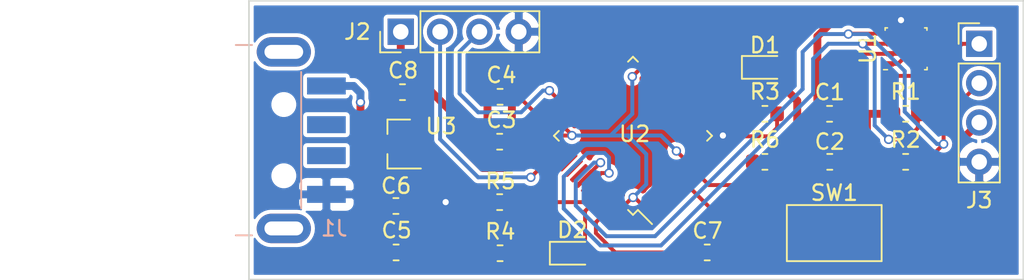
<source format=kicad_pcb>
(kicad_pcb (version 20171130) (host pcbnew "(5.1.5)-3")

  (general
    (thickness 1.5)
    (drawings 4)
    (tracks 278)
    (zones 0)
    (modules 23)
    (nets 48)
  )

  (page A4)
  (layers
    (0 F.Cu signal)
    (31 B.Cu signal)
    (32 B.Adhes user)
    (33 F.Adhes user)
    (34 B.Paste user)
    (35 F.Paste user)
    (36 B.SilkS user)
    (37 F.SilkS user hide)
    (38 B.Mask user)
    (39 F.Mask user)
    (40 Dwgs.User user)
    (41 Cmts.User user)
    (42 Eco1.User user)
    (43 Eco2.User user)
    (44 Edge.Cuts user)
    (45 Margin user)
    (46 B.CrtYd user)
    (47 F.CrtYd user)
    (48 B.Fab user)
    (49 F.Fab user hide)
  )

  (setup
    (last_trace_width 0.508)
    (user_trace_width 0.1524)
    (user_trace_width 0.254)
    (user_trace_width 0.508)
    (trace_clearance 0.05)
    (zone_clearance 0.254)
    (zone_45_only no)
    (trace_min 0.0524)
    (via_size 0.6)
    (via_drill 0.4)
    (via_min_size 0.4)
    (via_min_drill 0.3)
    (uvia_size 0.3)
    (uvia_drill 0.1)
    (uvias_allowed no)
    (uvia_min_size 0.2)
    (uvia_min_drill 0.1)
    (edge_width 0.05)
    (segment_width 0.2)
    (pcb_text_width 0.3)
    (pcb_text_size 1.5 1.5)
    (mod_edge_width 0.12)
    (mod_text_size 1 1)
    (mod_text_width 0.15)
    (pad_size 1.524 1.524)
    (pad_drill 0.762)
    (pad_to_mask_clearance 0.05)
    (aux_axis_origin 0 0)
    (visible_elements 7FFFFFFF)
    (pcbplotparams
      (layerselection 0x010fc_ffffffff)
      (usegerberextensions false)
      (usegerberattributes false)
      (usegerberadvancedattributes false)
      (creategerberjobfile false)
      (excludeedgelayer true)
      (linewidth 0.100000)
      (plotframeref false)
      (viasonmask false)
      (mode 1)
      (useauxorigin false)
      (hpglpennumber 1)
      (hpglpenspeed 20)
      (hpglpendiameter 15.000000)
      (psnegative false)
      (psa4output false)
      (plotreference true)
      (plotvalue true)
      (plotinvisibletext false)
      (padsonsilk false)
      (subtractmaskfromsilk false)
      (outputformat 1)
      (mirror false)
      (drillshape 0)
      (scaleselection 1)
      (outputdirectory "GERBER/"))
  )

  (net 0 "")
  (net 1 GND)
  (net 2 +3V3)
  (net 3 /RESET)
  (net 4 /I2C1SDA)
  (net 5 /I2C1SCL)
  (net 6 /VDDBME)
  (net 7 /SWDCLK)
  (net 8 /SWDIO)
  (net 9 +5V)
  (net 10 "Net-(D1-Pad1)")
  (net 11 "Net-(D2-Pad1)")
  (net 12 /LED)
  (net 13 "Net-(J1-Pad2)")
  (net 14 "Net-(J1-Pad3)")
  (net 15 "Net-(J1-Pad5)")
  (net 16 "Net-(R5-Pad1)")
  (net 17 "Net-(U2-Pad2)")
  (net 18 "Net-(U2-Pad3)")
  (net 19 "Net-(U2-Pad4)")
  (net 20 "Net-(U2-Pad5)")
  (net 21 "Net-(U2-Pad6)")
  (net 22 "Net-(U2-Pad10)")
  (net 23 "Net-(U2-Pad11)")
  (net 24 "Net-(U2-Pad12)")
  (net 25 "Net-(U2-Pad13)")
  (net 26 "Net-(U2-Pad14)")
  (net 27 "Net-(U2-Pad15)")
  (net 28 "Net-(U2-Pad16)")
  (net 29 "Net-(U2-Pad17)")
  (net 30 "Net-(U2-Pad18)")
  (net 31 "Net-(U2-Pad19)")
  (net 32 "Net-(U2-Pad20)")
  (net 33 "Net-(U2-Pad21)")
  (net 34 "Net-(U2-Pad22)")
  (net 35 "Net-(U2-Pad25)")
  (net 36 "Net-(U2-Pad26)")
  (net 37 "Net-(U2-Pad27)")
  (net 38 "Net-(U2-Pad28)")
  (net 39 "Net-(U2-Pad29)")
  (net 40 "Net-(U2-Pad30)")
  (net 41 "Net-(U2-Pad31)")
  (net 42 "Net-(U2-Pad32)")
  (net 43 "Net-(U2-Pad33)")
  (net 44 "Net-(U2-Pad39)")
  (net 45 "Net-(U2-Pad40)")
  (net 46 "Net-(U2-Pad41)")
  (net 47 "Net-(U2-Pad46)")

  (net_class Default "Это класс цепей по умолчанию."
    (clearance 0.05)
    (trace_width 0.1524)
    (via_dia 0.6)
    (via_drill 0.4)
    (uvia_dia 0.3)
    (uvia_drill 0.1)
    (diff_pair_width 0.254)
    (diff_pair_gap 0.25)
    (add_net +3V3)
    (add_net +5V)
    (add_net /I2C1SCL)
    (add_net /I2C1SDA)
    (add_net /LED)
    (add_net /RESET)
    (add_net /SWDCLK)
    (add_net /SWDIO)
    (add_net /VDDBME)
    (add_net GND)
    (add_net "Net-(D1-Pad1)")
    (add_net "Net-(D2-Pad1)")
    (add_net "Net-(J1-Pad2)")
    (add_net "Net-(J1-Pad3)")
    (add_net "Net-(J1-Pad5)")
    (add_net "Net-(R5-Pad1)")
    (add_net "Net-(U2-Pad10)")
    (add_net "Net-(U2-Pad11)")
    (add_net "Net-(U2-Pad12)")
    (add_net "Net-(U2-Pad13)")
    (add_net "Net-(U2-Pad14)")
    (add_net "Net-(U2-Pad15)")
    (add_net "Net-(U2-Pad16)")
    (add_net "Net-(U2-Pad17)")
    (add_net "Net-(U2-Pad18)")
    (add_net "Net-(U2-Pad19)")
    (add_net "Net-(U2-Pad2)")
    (add_net "Net-(U2-Pad20)")
    (add_net "Net-(U2-Pad21)")
    (add_net "Net-(U2-Pad22)")
    (add_net "Net-(U2-Pad25)")
    (add_net "Net-(U2-Pad26)")
    (add_net "Net-(U2-Pad27)")
    (add_net "Net-(U2-Pad28)")
    (add_net "Net-(U2-Pad29)")
    (add_net "Net-(U2-Pad3)")
    (add_net "Net-(U2-Pad30)")
    (add_net "Net-(U2-Pad31)")
    (add_net "Net-(U2-Pad32)")
    (add_net "Net-(U2-Pad33)")
    (add_net "Net-(U2-Pad39)")
    (add_net "Net-(U2-Pad4)")
    (add_net "Net-(U2-Pad40)")
    (add_net "Net-(U2-Pad41)")
    (add_net "Net-(U2-Pad46)")
    (add_net "Net-(U2-Pad5)")
    (add_net "Net-(U2-Pad6)")
  )

  (module Package_QFP:LQFP-48_7x7mm_P0.5mm (layer F.Cu) (tedit 5D9F72AF) (tstamp 6056ADB5)
    (at 84.794105 68.719231 135)
    (descr "LQFP, 48 Pin (https://www.analog.com/media/en/technical-documentation/data-sheets/ltc2358-16.pdf), generated with kicad-footprint-generator ipc_gullwing_generator.py")
    (tags "LQFP QFP")
    (path /5EBD74CA)
    (attr smd)
    (fp_text reference U2 (at 0.00943 0.159188 180) (layer F.SilkS)
      (effects (font (size 1 1) (thickness 0.15)))
    )
    (fp_text value STM32F103C8T6 (at 0 5.85 135) (layer F.Fab)
      (effects (font (size 1 1) (thickness 0.15)))
    )
    (fp_line (start 5.15 3.15) (end 5.15 0) (layer F.CrtYd) (width 0.05))
    (fp_line (start 3.75 3.15) (end 5.15 3.15) (layer F.CrtYd) (width 0.05))
    (fp_line (start 3.75 3.75) (end 3.75 3.15) (layer F.CrtYd) (width 0.05))
    (fp_line (start 3.15 3.75) (end 3.75 3.75) (layer F.CrtYd) (width 0.05))
    (fp_line (start 3.15 5.15) (end 3.15 3.75) (layer F.CrtYd) (width 0.05))
    (fp_line (start 0 5.15) (end 3.15 5.15) (layer F.CrtYd) (width 0.05))
    (fp_line (start -5.15 3.15) (end -5.15 0) (layer F.CrtYd) (width 0.05))
    (fp_line (start -3.75 3.15) (end -5.15 3.15) (layer F.CrtYd) (width 0.05))
    (fp_line (start -3.75 3.75) (end -3.75 3.15) (layer F.CrtYd) (width 0.05))
    (fp_line (start -3.15 3.75) (end -3.75 3.75) (layer F.CrtYd) (width 0.05))
    (fp_line (start -3.15 5.15) (end -3.15 3.75) (layer F.CrtYd) (width 0.05))
    (fp_line (start 0 5.15) (end -3.15 5.15) (layer F.CrtYd) (width 0.05))
    (fp_line (start 5.15 -3.15) (end 5.15 0) (layer F.CrtYd) (width 0.05))
    (fp_line (start 3.75 -3.15) (end 5.15 -3.15) (layer F.CrtYd) (width 0.05))
    (fp_line (start 3.75 -3.75) (end 3.75 -3.15) (layer F.CrtYd) (width 0.05))
    (fp_line (start 3.15 -3.75) (end 3.75 -3.75) (layer F.CrtYd) (width 0.05))
    (fp_line (start 3.15 -5.15) (end 3.15 -3.75) (layer F.CrtYd) (width 0.05))
    (fp_line (start 0 -5.15) (end 3.15 -5.15) (layer F.CrtYd) (width 0.05))
    (fp_line (start -5.15 -3.15) (end -5.15 0) (layer F.CrtYd) (width 0.05))
    (fp_line (start -3.75 -3.15) (end -5.15 -3.15) (layer F.CrtYd) (width 0.05))
    (fp_line (start -3.75 -3.75) (end -3.75 -3.15) (layer F.CrtYd) (width 0.05))
    (fp_line (start -3.15 -3.75) (end -3.75 -3.75) (layer F.CrtYd) (width 0.05))
    (fp_line (start -3.15 -5.15) (end -3.15 -3.75) (layer F.CrtYd) (width 0.05))
    (fp_line (start 0 -5.15) (end -3.15 -5.15) (layer F.CrtYd) (width 0.05))
    (fp_line (start -3.5 -2.5) (end -2.5 -3.5) (layer F.Fab) (width 0.1))
    (fp_line (start -3.5 3.5) (end -3.5 -2.5) (layer F.Fab) (width 0.1))
    (fp_line (start 3.5 3.5) (end -3.5 3.5) (layer F.Fab) (width 0.1))
    (fp_line (start 3.5 -3.5) (end 3.5 3.5) (layer F.Fab) (width 0.1))
    (fp_line (start -2.5 -3.5) (end 3.5 -3.5) (layer F.Fab) (width 0.1))
    (fp_line (start -3.61 -3.16) (end -4.9 -3.16) (layer F.SilkS) (width 0.12))
    (fp_line (start -3.61 -3.61) (end -3.61 -3.16) (layer F.SilkS) (width 0.12))
    (fp_line (start -3.16 -3.61) (end -3.61 -3.61) (layer F.SilkS) (width 0.12))
    (fp_line (start 3.61 -3.61) (end 3.61 -3.16) (layer F.SilkS) (width 0.12))
    (fp_line (start 3.16 -3.61) (end 3.61 -3.61) (layer F.SilkS) (width 0.12))
    (fp_line (start -3.61 3.61) (end -3.61 3.16) (layer F.SilkS) (width 0.12))
    (fp_line (start -3.16 3.61) (end -3.61 3.61) (layer F.SilkS) (width 0.12))
    (fp_line (start 3.61 3.61) (end 3.61 3.16) (layer F.SilkS) (width 0.12))
    (fp_line (start 3.16 3.61) (end 3.61 3.61) (layer F.SilkS) (width 0.12))
    (fp_text user %R (at 0 0) (layer F.Fab)
      (effects (font (size 1 1) (thickness 0.15)))
    )
    (pad 1 smd roundrect (at -4.1625 -2.75 135) (size 1.475 0.3) (layers F.Cu F.Paste F.Mask) (roundrect_rratio 0.25)
      (net 2 +3V3))
    (pad 2 smd roundrect (at -4.1625 -2.25 135) (size 1.475 0.3) (layers F.Cu F.Paste F.Mask) (roundrect_rratio 0.25)
      (net 17 "Net-(U2-Pad2)"))
    (pad 3 smd roundrect (at -4.1625 -1.75 135) (size 1.475 0.3) (layers F.Cu F.Paste F.Mask) (roundrect_rratio 0.25)
      (net 18 "Net-(U2-Pad3)"))
    (pad 4 smd roundrect (at -4.1625 -1.25 135) (size 1.475 0.3) (layers F.Cu F.Paste F.Mask) (roundrect_rratio 0.25)
      (net 19 "Net-(U2-Pad4)"))
    (pad 5 smd roundrect (at -4.1625 -0.75 135) (size 1.475 0.3) (layers F.Cu F.Paste F.Mask) (roundrect_rratio 0.25)
      (net 20 "Net-(U2-Pad5)"))
    (pad 6 smd roundrect (at -4.1625 -0.25 135) (size 1.475 0.3) (layers F.Cu F.Paste F.Mask) (roundrect_rratio 0.25)
      (net 21 "Net-(U2-Pad6)"))
    (pad 7 smd roundrect (at -4.1625 0.25 135) (size 1.475 0.3) (layers F.Cu F.Paste F.Mask) (roundrect_rratio 0.25)
      (net 3 /RESET))
    (pad 8 smd roundrect (at -4.1625 0.75 135) (size 1.475 0.3) (layers F.Cu F.Paste F.Mask) (roundrect_rratio 0.25)
      (net 1 GND))
    (pad 9 smd roundrect (at -4.1625 1.25 135) (size 1.475 0.3) (layers F.Cu F.Paste F.Mask) (roundrect_rratio 0.25)
      (net 2 +3V3))
    (pad 10 smd roundrect (at -4.1625 1.75 135) (size 1.475 0.3) (layers F.Cu F.Paste F.Mask) (roundrect_rratio 0.25)
      (net 22 "Net-(U2-Pad10)"))
    (pad 11 smd roundrect (at -4.1625 2.25 135) (size 1.475 0.3) (layers F.Cu F.Paste F.Mask) (roundrect_rratio 0.25)
      (net 23 "Net-(U2-Pad11)"))
    (pad 12 smd roundrect (at -4.1625 2.75 135) (size 1.475 0.3) (layers F.Cu F.Paste F.Mask) (roundrect_rratio 0.25)
      (net 24 "Net-(U2-Pad12)"))
    (pad 13 smd roundrect (at -2.75 4.1625 135) (size 0.3 1.475) (layers F.Cu F.Paste F.Mask) (roundrect_rratio 0.25)
      (net 25 "Net-(U2-Pad13)"))
    (pad 14 smd roundrect (at -2.25 4.1625 135) (size 0.3 1.475) (layers F.Cu F.Paste F.Mask) (roundrect_rratio 0.25)
      (net 26 "Net-(U2-Pad14)"))
    (pad 15 smd roundrect (at -1.75 4.1625 135) (size 0.3 1.475) (layers F.Cu F.Paste F.Mask) (roundrect_rratio 0.25)
      (net 27 "Net-(U2-Pad15)"))
    (pad 16 smd roundrect (at -1.25 4.1625 135) (size 0.3 1.475) (layers F.Cu F.Paste F.Mask) (roundrect_rratio 0.25)
      (net 28 "Net-(U2-Pad16)"))
    (pad 17 smd roundrect (at -0.75 4.1625 135) (size 0.3 1.475) (layers F.Cu F.Paste F.Mask) (roundrect_rratio 0.25)
      (net 29 "Net-(U2-Pad17)"))
    (pad 18 smd roundrect (at -0.25 4.1625 135) (size 0.3 1.475) (layers F.Cu F.Paste F.Mask) (roundrect_rratio 0.25)
      (net 30 "Net-(U2-Pad18)"))
    (pad 19 smd roundrect (at 0.25 4.1625 135) (size 0.3 1.475) (layers F.Cu F.Paste F.Mask) (roundrect_rratio 0.25)
      (net 31 "Net-(U2-Pad19)"))
    (pad 20 smd roundrect (at 0.75 4.1625 135) (size 0.3 1.475) (layers F.Cu F.Paste F.Mask) (roundrect_rratio 0.25)
      (net 32 "Net-(U2-Pad20)"))
    (pad 21 smd roundrect (at 1.25 4.1625 135) (size 0.3 1.475) (layers F.Cu F.Paste F.Mask) (roundrect_rratio 0.25)
      (net 33 "Net-(U2-Pad21)"))
    (pad 22 smd roundrect (at 1.75 4.1625 135) (size 0.3 1.475) (layers F.Cu F.Paste F.Mask) (roundrect_rratio 0.25)
      (net 34 "Net-(U2-Pad22)"))
    (pad 23 smd roundrect (at 2.25 4.1625 135) (size 0.3 1.475) (layers F.Cu F.Paste F.Mask) (roundrect_rratio 0.25)
      (net 1 GND))
    (pad 24 smd roundrect (at 2.75 4.1625 135) (size 0.3 1.475) (layers F.Cu F.Paste F.Mask) (roundrect_rratio 0.25)
      (net 2 +3V3))
    (pad 25 smd roundrect (at 4.1625 2.75 135) (size 1.475 0.3) (layers F.Cu F.Paste F.Mask) (roundrect_rratio 0.25)
      (net 35 "Net-(U2-Pad25)"))
    (pad 26 smd roundrect (at 4.1625 2.25 135) (size 1.475 0.3) (layers F.Cu F.Paste F.Mask) (roundrect_rratio 0.25)
      (net 36 "Net-(U2-Pad26)"))
    (pad 27 smd roundrect (at 4.1625 1.75 135) (size 1.475 0.3) (layers F.Cu F.Paste F.Mask) (roundrect_rratio 0.25)
      (net 37 "Net-(U2-Pad27)"))
    (pad 28 smd roundrect (at 4.1625 1.25 135) (size 1.475 0.3) (layers F.Cu F.Paste F.Mask) (roundrect_rratio 0.25)
      (net 38 "Net-(U2-Pad28)"))
    (pad 29 smd roundrect (at 4.1625 0.75 135) (size 1.475 0.3) (layers F.Cu F.Paste F.Mask) (roundrect_rratio 0.25)
      (net 39 "Net-(U2-Pad29)"))
    (pad 30 smd roundrect (at 4.1625 0.25 135) (size 1.475 0.3) (layers F.Cu F.Paste F.Mask) (roundrect_rratio 0.25)
      (net 40 "Net-(U2-Pad30)"))
    (pad 31 smd roundrect (at 4.1625 -0.25 135) (size 1.475 0.3) (layers F.Cu F.Paste F.Mask) (roundrect_rratio 0.25)
      (net 41 "Net-(U2-Pad31)"))
    (pad 32 smd roundrect (at 4.1625 -0.75 135) (size 1.475 0.3) (layers F.Cu F.Paste F.Mask) (roundrect_rratio 0.25)
      (net 42 "Net-(U2-Pad32)"))
    (pad 33 smd roundrect (at 4.1625 -1.25 135) (size 1.475 0.3) (layers F.Cu F.Paste F.Mask) (roundrect_rratio 0.25)
      (net 43 "Net-(U2-Pad33)"))
    (pad 34 smd roundrect (at 4.1625 -1.75 135) (size 1.475 0.3) (layers F.Cu F.Paste F.Mask) (roundrect_rratio 0.25)
      (net 8 /SWDIO))
    (pad 35 smd roundrect (at 4.1625 -2.25 135) (size 1.475 0.3) (layers F.Cu F.Paste F.Mask) (roundrect_rratio 0.25)
      (net 1 GND))
    (pad 36 smd roundrect (at 4.1625 -2.75 135) (size 1.475 0.3) (layers F.Cu F.Paste F.Mask) (roundrect_rratio 0.25)
      (net 2 +3V3))
    (pad 37 smd roundrect (at 2.75 -4.1625 135) (size 0.3 1.475) (layers F.Cu F.Paste F.Mask) (roundrect_rratio 0.25)
      (net 7 /SWDCLK))
    (pad 38 smd roundrect (at 2.25 -4.1625 135) (size 0.3 1.475) (layers F.Cu F.Paste F.Mask) (roundrect_rratio 0.25)
      (net 6 /VDDBME))
    (pad 39 smd roundrect (at 1.75 -4.1625 135) (size 0.3 1.475) (layers F.Cu F.Paste F.Mask) (roundrect_rratio 0.25)
      (net 44 "Net-(U2-Pad39)"))
    (pad 40 smd roundrect (at 1.25 -4.1625 135) (size 0.3 1.475) (layers F.Cu F.Paste F.Mask) (roundrect_rratio 0.25)
      (net 45 "Net-(U2-Pad40)"))
    (pad 41 smd roundrect (at 0.75 -4.1625 135) (size 0.3 1.475) (layers F.Cu F.Paste F.Mask) (roundrect_rratio 0.25)
      (net 46 "Net-(U2-Pad41)"))
    (pad 42 smd roundrect (at 0.25 -4.1625 135) (size 0.3 1.475) (layers F.Cu F.Paste F.Mask) (roundrect_rratio 0.25)
      (net 5 /I2C1SCL))
    (pad 43 smd roundrect (at -0.25 -4.1625 135) (size 0.3 1.475) (layers F.Cu F.Paste F.Mask) (roundrect_rratio 0.25)
      (net 4 /I2C1SDA))
    (pad 44 smd roundrect (at -0.75 -4.1625 135) (size 0.3 1.475) (layers F.Cu F.Paste F.Mask) (roundrect_rratio 0.25)
      (net 16 "Net-(R5-Pad1)"))
    (pad 45 smd roundrect (at -1.25 -4.1625 135) (size 0.3 1.475) (layers F.Cu F.Paste F.Mask) (roundrect_rratio 0.25)
      (net 12 /LED))
    (pad 46 smd roundrect (at -1.75 -4.1625 135) (size 0.3 1.475) (layers F.Cu F.Paste F.Mask) (roundrect_rratio 0.25)
      (net 47 "Net-(U2-Pad46)"))
    (pad 47 smd roundrect (at -2.25 -4.1625 135) (size 0.3 1.475) (layers F.Cu F.Paste F.Mask) (roundrect_rratio 0.25)
      (net 1 GND))
    (pad 48 smd roundrect (at -2.75 -4.1625 135) (size 0.3 1.475) (layers F.Cu F.Paste F.Mask) (roundrect_rratio 0.25)
      (net 2 +3V3))
    (model ${KISYS3DMOD}/Package_QFP.3dshapes/LQFP-48_7x7mm_P0.5mm.wrl
      (at (xyz 0 0 0))
      (scale (xyz 1 1 1))
      (rotate (xyz 0 0 0))
    )
  )

  (module Capacitor_SMD:C_0603_1608Metric (layer F.Cu) (tedit 5B301BBE) (tstamp 6056ABDD)
    (at 69.5 76.25)
    (descr "Capacitor SMD 0603 (1608 Metric), square (rectangular) end terminal, IPC_7351 nominal, (Body size source: http://www.tortai-tech.com/upload/download/2011102023233369053.pdf), generated with kicad-footprint-generator")
    (tags capacitor)
    (path /5F6B3C56)
    (attr smd)
    (fp_text reference C5 (at 0.031 -1.427) (layer F.SilkS)
      (effects (font (size 1 1) (thickness 0.15)))
    )
    (fp_text value 10u (at 0 1.43) (layer F.Fab)
      (effects (font (size 1 1) (thickness 0.15)))
    )
    (fp_line (start -0.8 0.4) (end -0.8 -0.4) (layer F.Fab) (width 0.1))
    (fp_line (start -0.8 -0.4) (end 0.8 -0.4) (layer F.Fab) (width 0.1))
    (fp_line (start 0.8 -0.4) (end 0.8 0.4) (layer F.Fab) (width 0.1))
    (fp_line (start 0.8 0.4) (end -0.8 0.4) (layer F.Fab) (width 0.1))
    (fp_line (start -0.162779 -0.51) (end 0.162779 -0.51) (layer F.SilkS) (width 0.12))
    (fp_line (start -0.162779 0.51) (end 0.162779 0.51) (layer F.SilkS) (width 0.12))
    (fp_line (start -1.48 0.73) (end -1.48 -0.73) (layer F.CrtYd) (width 0.05))
    (fp_line (start -1.48 -0.73) (end 1.48 -0.73) (layer F.CrtYd) (width 0.05))
    (fp_line (start 1.48 -0.73) (end 1.48 0.73) (layer F.CrtYd) (width 0.05))
    (fp_line (start 1.48 0.73) (end -1.48 0.73) (layer F.CrtYd) (width 0.05))
    (fp_text user %R (at 0 0) (layer F.Fab)
      (effects (font (size 0.4 0.4) (thickness 0.06)))
    )
    (pad 2 smd roundrect (at 0.7875 0) (size 0.875 0.95) (layers F.Cu F.Paste F.Mask) (roundrect_rratio 0.25)
      (net 1 GND))
    (pad 1 smd roundrect (at -0.7875 0) (size 0.875 0.95) (layers F.Cu F.Paste F.Mask) (roundrect_rratio 0.25)
      (net 9 +5V))
    (model ${KISYS3DMOD}/Capacitor_SMD.3dshapes/C_0603_1608Metric.wrl
      (at (xyz 0 0 0))
      (scale (xyz 1 1 1))
      (rotate (xyz 0 0 0))
    )
  )

  (module Capacitor_SMD:C_0603_1608Metric (layer F.Cu) (tedit 5B301BBE) (tstamp 6056ABEE)
    (at 69.4875 73.25)
    (descr "Capacitor SMD 0603 (1608 Metric), square (rectangular) end terminal, IPC_7351 nominal, (Body size source: http://www.tortai-tech.com/upload/download/2011102023233369053.pdf), generated with kicad-footprint-generator")
    (tags capacitor)
    (path /5EC20301)
    (attr smd)
    (fp_text reference C6 (at 0.0125 -1.3) (layer F.SilkS)
      (effects (font (size 1 1) (thickness 0.15)))
    )
    (fp_text value 1u (at 0 1.43) (layer F.Fab)
      (effects (font (size 1 1) (thickness 0.15)))
    )
    (fp_line (start 1.48 0.73) (end -1.48 0.73) (layer F.CrtYd) (width 0.05))
    (fp_line (start 1.48 -0.73) (end 1.48 0.73) (layer F.CrtYd) (width 0.05))
    (fp_line (start -1.48 -0.73) (end 1.48 -0.73) (layer F.CrtYd) (width 0.05))
    (fp_line (start -1.48 0.73) (end -1.48 -0.73) (layer F.CrtYd) (width 0.05))
    (fp_line (start -0.162779 0.51) (end 0.162779 0.51) (layer F.SilkS) (width 0.12))
    (fp_line (start -0.162779 -0.51) (end 0.162779 -0.51) (layer F.SilkS) (width 0.12))
    (fp_line (start 0.8 0.4) (end -0.8 0.4) (layer F.Fab) (width 0.1))
    (fp_line (start 0.8 -0.4) (end 0.8 0.4) (layer F.Fab) (width 0.1))
    (fp_line (start -0.8 -0.4) (end 0.8 -0.4) (layer F.Fab) (width 0.1))
    (fp_line (start -0.8 0.4) (end -0.8 -0.4) (layer F.Fab) (width 0.1))
    (fp_text user %R (at 0 0) (layer F.Fab)
      (effects (font (size 0.4 0.4) (thickness 0.06)))
    )
    (pad 1 smd roundrect (at -0.7875 0) (size 0.875 0.95) (layers F.Cu F.Paste F.Mask) (roundrect_rratio 0.25)
      (net 9 +5V))
    (pad 2 smd roundrect (at 0.7875 0) (size 0.875 0.95) (layers F.Cu F.Paste F.Mask) (roundrect_rratio 0.25)
      (net 1 GND))
    (model ${KISYS3DMOD}/Capacitor_SMD.3dshapes/C_0603_1608Metric.wrl
      (at (xyz 0 0 0))
      (scale (xyz 1 1 1))
      (rotate (xyz 0 0 0))
    )
  )

  (module Capacitor_SMD:C_0603_1608Metric (layer F.Cu) (tedit 5B301BBE) (tstamp 6056ABFF)
    (at 69.9125 65.9 180)
    (descr "Capacitor SMD 0603 (1608 Metric), square (rectangular) end terminal, IPC_7351 nominal, (Body size source: http://www.tortai-tech.com/upload/download/2011102023233369053.pdf), generated with kicad-footprint-generator")
    (tags capacitor)
    (path /5EC24BAB)
    (attr smd)
    (fp_text reference C8 (at -0.0375 1.4) (layer F.SilkS)
      (effects (font (size 1 1) (thickness 0.15)))
    )
    (fp_text value 1u (at 0 1.43) (layer F.Fab)
      (effects (font (size 1 1) (thickness 0.15)))
    )
    (fp_line (start 1.48 0.73) (end -1.48 0.73) (layer F.CrtYd) (width 0.05))
    (fp_line (start 1.48 -0.73) (end 1.48 0.73) (layer F.CrtYd) (width 0.05))
    (fp_line (start -1.48 -0.73) (end 1.48 -0.73) (layer F.CrtYd) (width 0.05))
    (fp_line (start -1.48 0.73) (end -1.48 -0.73) (layer F.CrtYd) (width 0.05))
    (fp_line (start -0.162779 0.51) (end 0.162779 0.51) (layer F.SilkS) (width 0.12))
    (fp_line (start -0.162779 -0.51) (end 0.162779 -0.51) (layer F.SilkS) (width 0.12))
    (fp_line (start 0.8 0.4) (end -0.8 0.4) (layer F.Fab) (width 0.1))
    (fp_line (start 0.8 -0.4) (end 0.8 0.4) (layer F.Fab) (width 0.1))
    (fp_line (start -0.8 -0.4) (end 0.8 -0.4) (layer F.Fab) (width 0.1))
    (fp_line (start -0.8 0.4) (end -0.8 -0.4) (layer F.Fab) (width 0.1))
    (fp_text user %R (at 0 0) (layer F.Fab)
      (effects (font (size 0.4 0.4) (thickness 0.06)))
    )
    (pad 1 smd roundrect (at -0.7875 0 180) (size 0.875 0.95) (layers F.Cu F.Paste F.Mask) (roundrect_rratio 0.25)
      (net 2 +3V3))
    (pad 2 smd roundrect (at 0.7875 0 180) (size 0.875 0.95) (layers F.Cu F.Paste F.Mask) (roundrect_rratio 0.25)
      (net 1 GND))
    (model ${KISYS3DMOD}/Capacitor_SMD.3dshapes/C_0603_1608Metric.wrl
      (at (xyz 0 0 0))
      (scale (xyz 1 1 1))
      (rotate (xyz 0 0 0))
    )
  )

  (module Capacitor_SMD:C_0603_1608Metric (layer F.Cu) (tedit 5B301BBE) (tstamp 60C8CC85)
    (at 76.1875 69.1 180)
    (descr "Capacitor SMD 0603 (1608 Metric), square (rectangular) end terminal, IPC_7351 nominal, (Body size source: http://www.tortai-tech.com/upload/download/2011102023233369053.pdf), generated with kicad-footprint-generator")
    (tags capacitor)
    (path /5EC93137)
    (attr smd)
    (fp_text reference C3 (at -0.1125 1.4) (layer F.SilkS)
      (effects (font (size 1 1) (thickness 0.15)))
    )
    (fp_text value 10u (at 0 1.43) (layer F.Fab)
      (effects (font (size 1 1) (thickness 0.15)))
    )
    (fp_line (start -0.8 0.4) (end -0.8 -0.4) (layer F.Fab) (width 0.1))
    (fp_line (start -0.8 -0.4) (end 0.8 -0.4) (layer F.Fab) (width 0.1))
    (fp_line (start 0.8 -0.4) (end 0.8 0.4) (layer F.Fab) (width 0.1))
    (fp_line (start 0.8 0.4) (end -0.8 0.4) (layer F.Fab) (width 0.1))
    (fp_line (start -0.162779 -0.51) (end 0.162779 -0.51) (layer F.SilkS) (width 0.12))
    (fp_line (start -0.162779 0.51) (end 0.162779 0.51) (layer F.SilkS) (width 0.12))
    (fp_line (start -1.48 0.73) (end -1.48 -0.73) (layer F.CrtYd) (width 0.05))
    (fp_line (start -1.48 -0.73) (end 1.48 -0.73) (layer F.CrtYd) (width 0.05))
    (fp_line (start 1.48 -0.73) (end 1.48 0.73) (layer F.CrtYd) (width 0.05))
    (fp_line (start 1.48 0.73) (end -1.48 0.73) (layer F.CrtYd) (width 0.05))
    (fp_text user %R (at 0 0) (layer F.Fab)
      (effects (font (size 0.4 0.4) (thickness 0.06)))
    )
    (pad 2 smd roundrect (at 0.7875 0 180) (size 0.875 0.95) (layers F.Cu F.Paste F.Mask) (roundrect_rratio 0.25)
      (net 1 GND))
    (pad 1 smd roundrect (at -0.7875 0 180) (size 0.875 0.95) (layers F.Cu F.Paste F.Mask) (roundrect_rratio 0.25)
      (net 2 +3V3))
    (model ${KISYS3DMOD}/Capacitor_SMD.3dshapes/C_0603_1608Metric.wrl
      (at (xyz 0 0 0))
      (scale (xyz 1 1 1))
      (rotate (xyz 0 0 0))
    )
  )

  (module Capacitor_SMD:C_0603_1608Metric (layer F.Cu) (tedit 5B301BBE) (tstamp 6056AC21)
    (at 76.2125 66.2 180)
    (descr "Capacitor SMD 0603 (1608 Metric), square (rectangular) end terminal, IPC_7351 nominal, (Body size source: http://www.tortai-tech.com/upload/download/2011102023233369053.pdf), generated with kicad-footprint-generator")
    (tags capacitor)
    (path /5EC93831)
    (attr smd)
    (fp_text reference C4 (at -0.0875 1.4) (layer F.SilkS)
      (effects (font (size 1 1) (thickness 0.15)))
    )
    (fp_text value 10n (at 0 1.43) (layer F.Fab)
      (effects (font (size 1 1) (thickness 0.15)))
    )
    (fp_line (start 1.48 0.73) (end -1.48 0.73) (layer F.CrtYd) (width 0.05))
    (fp_line (start 1.48 -0.73) (end 1.48 0.73) (layer F.CrtYd) (width 0.05))
    (fp_line (start -1.48 -0.73) (end 1.48 -0.73) (layer F.CrtYd) (width 0.05))
    (fp_line (start -1.48 0.73) (end -1.48 -0.73) (layer F.CrtYd) (width 0.05))
    (fp_line (start -0.162779 0.51) (end 0.162779 0.51) (layer F.SilkS) (width 0.12))
    (fp_line (start -0.162779 -0.51) (end 0.162779 -0.51) (layer F.SilkS) (width 0.12))
    (fp_line (start 0.8 0.4) (end -0.8 0.4) (layer F.Fab) (width 0.1))
    (fp_line (start 0.8 -0.4) (end 0.8 0.4) (layer F.Fab) (width 0.1))
    (fp_line (start -0.8 -0.4) (end 0.8 -0.4) (layer F.Fab) (width 0.1))
    (fp_line (start -0.8 0.4) (end -0.8 -0.4) (layer F.Fab) (width 0.1))
    (fp_text user %R (at 0 0) (layer F.Fab)
      (effects (font (size 0.4 0.4) (thickness 0.06)))
    )
    (pad 1 smd roundrect (at -0.7875 0 180) (size 0.875 0.95) (layers F.Cu F.Paste F.Mask) (roundrect_rratio 0.25)
      (net 2 +3V3))
    (pad 2 smd roundrect (at 0.7875 0 180) (size 0.875 0.95) (layers F.Cu F.Paste F.Mask) (roundrect_rratio 0.25)
      (net 1 GND))
    (model ${KISYS3DMOD}/Capacitor_SMD.3dshapes/C_0603_1608Metric.wrl
      (at (xyz 0 0 0))
      (scale (xyz 1 1 1))
      (rotate (xyz 0 0 0))
    )
  )

  (module Capacitor_SMD:C_0603_1608Metric (layer F.Cu) (tedit 5B301BBE) (tstamp 6056AC32)
    (at 89.5875 76.25 180)
    (descr "Capacitor SMD 0603 (1608 Metric), square (rectangular) end terminal, IPC_7351 nominal, (Body size source: http://www.tortai-tech.com/upload/download/2011102023233369053.pdf), generated with kicad-footprint-generator")
    (tags capacitor)
    (path /5ECEF49F)
    (attr smd)
    (fp_text reference C7 (at -0.0125 1.4) (layer F.SilkS)
      (effects (font (size 1 1) (thickness 0.15)))
    )
    (fp_text value 100n (at 0 1.43) (layer F.Fab)
      (effects (font (size 1 1) (thickness 0.15)))
    )
    (fp_line (start -0.8 0.4) (end -0.8 -0.4) (layer F.Fab) (width 0.1))
    (fp_line (start -0.8 -0.4) (end 0.8 -0.4) (layer F.Fab) (width 0.1))
    (fp_line (start 0.8 -0.4) (end 0.8 0.4) (layer F.Fab) (width 0.1))
    (fp_line (start 0.8 0.4) (end -0.8 0.4) (layer F.Fab) (width 0.1))
    (fp_line (start -0.162779 -0.51) (end 0.162779 -0.51) (layer F.SilkS) (width 0.12))
    (fp_line (start -0.162779 0.51) (end 0.162779 0.51) (layer F.SilkS) (width 0.12))
    (fp_line (start -1.48 0.73) (end -1.48 -0.73) (layer F.CrtYd) (width 0.05))
    (fp_line (start -1.48 -0.73) (end 1.48 -0.73) (layer F.CrtYd) (width 0.05))
    (fp_line (start 1.48 -0.73) (end 1.48 0.73) (layer F.CrtYd) (width 0.05))
    (fp_line (start 1.48 0.73) (end -1.48 0.73) (layer F.CrtYd) (width 0.05))
    (fp_text user %R (at 0 0) (layer F.Fab)
      (effects (font (size 0.4 0.4) (thickness 0.06)))
    )
    (pad 2 smd roundrect (at 0.7875 0 180) (size 0.875 0.95) (layers F.Cu F.Paste F.Mask) (roundrect_rratio 0.25)
      (net 1 GND))
    (pad 1 smd roundrect (at -0.7875 0 180) (size 0.875 0.95) (layers F.Cu F.Paste F.Mask) (roundrect_rratio 0.25)
      (net 3 /RESET))
    (model ${KISYS3DMOD}/Capacitor_SMD.3dshapes/C_0603_1608Metric.wrl
      (at (xyz 0 0 0))
      (scale (xyz 1 1 1))
      (rotate (xyz 0 0 0))
    )
  )

  (module Capacitor_SMD:C_0603_1608Metric (layer F.Cu) (tedit 5B301BBE) (tstamp 6056AC43)
    (at 97.4875 67.3 180)
    (descr "Capacitor SMD 0603 (1608 Metric), square (rectangular) end terminal, IPC_7351 nominal, (Body size source: http://www.tortai-tech.com/upload/download/2011102023233369053.pdf), generated with kicad-footprint-generator")
    (tags capacitor)
    (path /605F0329)
    (attr smd)
    (fp_text reference C1 (at -0.0125 1.4) (layer F.SilkS)
      (effects (font (size 1 1) (thickness 0.15)))
    )
    (fp_text value 1u (at 0 1.43) (layer F.Fab)
      (effects (font (size 1 1) (thickness 0.15)))
    )
    (fp_line (start -0.8 0.4) (end -0.8 -0.4) (layer F.Fab) (width 0.1))
    (fp_line (start -0.8 -0.4) (end 0.8 -0.4) (layer F.Fab) (width 0.1))
    (fp_line (start 0.8 -0.4) (end 0.8 0.4) (layer F.Fab) (width 0.1))
    (fp_line (start 0.8 0.4) (end -0.8 0.4) (layer F.Fab) (width 0.1))
    (fp_line (start -0.162779 -0.51) (end 0.162779 -0.51) (layer F.SilkS) (width 0.12))
    (fp_line (start -0.162779 0.51) (end 0.162779 0.51) (layer F.SilkS) (width 0.12))
    (fp_line (start -1.48 0.73) (end -1.48 -0.73) (layer F.CrtYd) (width 0.05))
    (fp_line (start -1.48 -0.73) (end 1.48 -0.73) (layer F.CrtYd) (width 0.05))
    (fp_line (start 1.48 -0.73) (end 1.48 0.73) (layer F.CrtYd) (width 0.05))
    (fp_line (start 1.48 0.73) (end -1.48 0.73) (layer F.CrtYd) (width 0.05))
    (fp_text user %R (at 0 0) (layer F.Fab)
      (effects (font (size 0.4 0.4) (thickness 0.06)))
    )
    (pad 2 smd roundrect (at 0.7875 0 180) (size 0.875 0.95) (layers F.Cu F.Paste F.Mask) (roundrect_rratio 0.25)
      (net 1 GND))
    (pad 1 smd roundrect (at -0.7875 0 180) (size 0.875 0.95) (layers F.Cu F.Paste F.Mask) (roundrect_rratio 0.25)
      (net 2 +3V3))
    (model ${KISYS3DMOD}/Capacitor_SMD.3dshapes/C_0603_1608Metric.wrl
      (at (xyz 0 0 0))
      (scale (xyz 1 1 1))
      (rotate (xyz 0 0 0))
    )
  )

  (module Capacitor_SMD:C_0603_1608Metric (layer F.Cu) (tedit 5B301BBE) (tstamp 6056AC54)
    (at 97.5 70.4 180)
    (descr "Capacitor SMD 0603 (1608 Metric), square (rectangular) end terminal, IPC_7351 nominal, (Body size source: http://www.tortai-tech.com/upload/download/2011102023233369053.pdf), generated with kicad-footprint-generator")
    (tags capacitor)
    (path /605F00C0)
    (attr smd)
    (fp_text reference C2 (at 0 1.3) (layer F.SilkS)
      (effects (font (size 1 1) (thickness 0.15)))
    )
    (fp_text value 0.1u (at 0 1.43) (layer F.Fab)
      (effects (font (size 1 1) (thickness 0.15)))
    )
    (fp_line (start 1.48 0.73) (end -1.48 0.73) (layer F.CrtYd) (width 0.05))
    (fp_line (start 1.48 -0.73) (end 1.48 0.73) (layer F.CrtYd) (width 0.05))
    (fp_line (start -1.48 -0.73) (end 1.48 -0.73) (layer F.CrtYd) (width 0.05))
    (fp_line (start -1.48 0.73) (end -1.48 -0.73) (layer F.CrtYd) (width 0.05))
    (fp_line (start -0.162779 0.51) (end 0.162779 0.51) (layer F.SilkS) (width 0.12))
    (fp_line (start -0.162779 -0.51) (end 0.162779 -0.51) (layer F.SilkS) (width 0.12))
    (fp_line (start 0.8 0.4) (end -0.8 0.4) (layer F.Fab) (width 0.1))
    (fp_line (start 0.8 -0.4) (end 0.8 0.4) (layer F.Fab) (width 0.1))
    (fp_line (start -0.8 -0.4) (end 0.8 -0.4) (layer F.Fab) (width 0.1))
    (fp_line (start -0.8 0.4) (end -0.8 -0.4) (layer F.Fab) (width 0.1))
    (fp_text user %R (at 0 0) (layer F.Fab)
      (effects (font (size 0.4 0.4) (thickness 0.06)))
    )
    (pad 1 smd roundrect (at -0.7875 0 180) (size 0.875 0.95) (layers F.Cu F.Paste F.Mask) (roundrect_rratio 0.25)
      (net 2 +3V3))
    (pad 2 smd roundrect (at 0.7875 0 180) (size 0.875 0.95) (layers F.Cu F.Paste F.Mask) (roundrect_rratio 0.25)
      (net 1 GND))
    (model ${KISYS3DMOD}/Capacitor_SMD.3dshapes/C_0603_1608Metric.wrl
      (at (xyz 0 0 0))
      (scale (xyz 1 1 1))
      (rotate (xyz 0 0 0))
    )
  )

  (module LED_SMD:LED_0603_1608Metric (layer F.Cu) (tedit 5B301BBE) (tstamp 6056AC67)
    (at 93.3125 64.3)
    (descr "LED SMD 0603 (1608 Metric), square (rectangular) end terminal, IPC_7351 nominal, (Body size source: http://www.tortai-tech.com/upload/download/2011102023233369053.pdf), generated with kicad-footprint-generator")
    (tags diode)
    (path /60697246)
    (attr smd)
    (fp_text reference D1 (at 0 -1.43) (layer F.SilkS)
      (effects (font (size 1 1) (thickness 0.15)))
    )
    (fp_text value LED (at 0 1.43) (layer F.Fab)
      (effects (font (size 1 1) (thickness 0.15)))
    )
    (fp_line (start 0.8 -0.4) (end -0.5 -0.4) (layer F.Fab) (width 0.1))
    (fp_line (start -0.5 -0.4) (end -0.8 -0.1) (layer F.Fab) (width 0.1))
    (fp_line (start -0.8 -0.1) (end -0.8 0.4) (layer F.Fab) (width 0.1))
    (fp_line (start -0.8 0.4) (end 0.8 0.4) (layer F.Fab) (width 0.1))
    (fp_line (start 0.8 0.4) (end 0.8 -0.4) (layer F.Fab) (width 0.1))
    (fp_line (start 0.8 -0.735) (end -1.485 -0.735) (layer F.SilkS) (width 0.12))
    (fp_line (start -1.485 -0.735) (end -1.485 0.735) (layer F.SilkS) (width 0.12))
    (fp_line (start -1.485 0.735) (end 0.8 0.735) (layer F.SilkS) (width 0.12))
    (fp_line (start -1.48 0.73) (end -1.48 -0.73) (layer F.CrtYd) (width 0.05))
    (fp_line (start -1.48 -0.73) (end 1.48 -0.73) (layer F.CrtYd) (width 0.05))
    (fp_line (start 1.48 -0.73) (end 1.48 0.73) (layer F.CrtYd) (width 0.05))
    (fp_line (start 1.48 0.73) (end -1.48 0.73) (layer F.CrtYd) (width 0.05))
    (fp_text user %R (at 0 0) (layer F.Fab)
      (effects (font (size 0.4 0.4) (thickness 0.06)))
    )
    (pad 2 smd roundrect (at 0.7875 0) (size 0.875 0.95) (layers F.Cu F.Paste F.Mask) (roundrect_rratio 0.25)
      (net 2 +3V3))
    (pad 1 smd roundrect (at -0.7875 0) (size 0.875 0.95) (layers F.Cu F.Paste F.Mask) (roundrect_rratio 0.25)
      (net 10 "Net-(D1-Pad1)"))
    (model ${KISYS3DMOD}/LED_SMD.3dshapes/LED_0603_1608Metric.wrl
      (at (xyz 0 0 0))
      (scale (xyz 1 1 1))
      (rotate (xyz 0 0 0))
    )
  )

  (module LED_SMD:LED_0603_1608Metric (layer F.Cu) (tedit 5B301BBE) (tstamp 6056AC7A)
    (at 80.9125 76.3)
    (descr "LED SMD 0603 (1608 Metric), square (rectangular) end terminal, IPC_7351 nominal, (Body size source: http://www.tortai-tech.com/upload/download/2011102023233369053.pdf), generated with kicad-footprint-generator")
    (tags diode)
    (path /6069F864)
    (attr smd)
    (fp_text reference D2 (at -0.0375 -1.5) (layer F.SilkS)
      (effects (font (size 1 1) (thickness 0.15)))
    )
    (fp_text value LED (at 0 1.43) (layer F.Fab)
      (effects (font (size 1 1) (thickness 0.15)))
    )
    (fp_line (start 1.48 0.73) (end -1.48 0.73) (layer F.CrtYd) (width 0.05))
    (fp_line (start 1.48 -0.73) (end 1.48 0.73) (layer F.CrtYd) (width 0.05))
    (fp_line (start -1.48 -0.73) (end 1.48 -0.73) (layer F.CrtYd) (width 0.05))
    (fp_line (start -1.48 0.73) (end -1.48 -0.73) (layer F.CrtYd) (width 0.05))
    (fp_line (start -1.485 0.735) (end 0.8 0.735) (layer F.SilkS) (width 0.12))
    (fp_line (start -1.485 -0.735) (end -1.485 0.735) (layer F.SilkS) (width 0.12))
    (fp_line (start 0.8 -0.735) (end -1.485 -0.735) (layer F.SilkS) (width 0.12))
    (fp_line (start 0.8 0.4) (end 0.8 -0.4) (layer F.Fab) (width 0.1))
    (fp_line (start -0.8 0.4) (end 0.8 0.4) (layer F.Fab) (width 0.1))
    (fp_line (start -0.8 -0.1) (end -0.8 0.4) (layer F.Fab) (width 0.1))
    (fp_line (start -0.5 -0.4) (end -0.8 -0.1) (layer F.Fab) (width 0.1))
    (fp_line (start 0.8 -0.4) (end -0.5 -0.4) (layer F.Fab) (width 0.1))
    (fp_text user %R (at 0 0) (layer F.Fab)
      (effects (font (size 0.4 0.4) (thickness 0.06)))
    )
    (pad 1 smd roundrect (at -0.7875 0) (size 0.875 0.95) (layers F.Cu F.Paste F.Mask) (roundrect_rratio 0.25)
      (net 11 "Net-(D2-Pad1)"))
    (pad 2 smd roundrect (at 0.7875 0) (size 0.875 0.95) (layers F.Cu F.Paste F.Mask) (roundrect_rratio 0.25)
      (net 12 /LED))
    (model ${KISYS3DMOD}/LED_SMD.3dshapes/LED_0603_1608Metric.wrl
      (at (xyz 0 0 0))
      (scale (xyz 1 1 1))
      (rotate (xyz 0 0 0))
    )
  )

  (module Connector_PinHeader_2.54mm:PinHeader_1x04_P2.54mm_Vertical (layer F.Cu) (tedit 59FED5CC) (tstamp 6056AC92)
    (at 107.15 62.78)
    (descr "Through hole straight pin header, 1x04, 2.54mm pitch, single row")
    (tags "Through hole pin header THT 1x04 2.54mm single row")
    (path /5ED6CA33)
    (fp_text reference J3 (at 0 10.1) (layer F.SilkS)
      (effects (font (size 1 1) (thickness 0.15)))
    )
    (fp_text value Conn_01x04 (at 0 9.95) (layer F.Fab)
      (effects (font (size 1 1) (thickness 0.15)))
    )
    (fp_line (start -0.635 -1.27) (end 1.27 -1.27) (layer F.Fab) (width 0.1))
    (fp_line (start 1.27 -1.27) (end 1.27 8.89) (layer F.Fab) (width 0.1))
    (fp_line (start 1.27 8.89) (end -1.27 8.89) (layer F.Fab) (width 0.1))
    (fp_line (start -1.27 8.89) (end -1.27 -0.635) (layer F.Fab) (width 0.1))
    (fp_line (start -1.27 -0.635) (end -0.635 -1.27) (layer F.Fab) (width 0.1))
    (fp_line (start -1.33 8.95) (end 1.33 8.95) (layer F.SilkS) (width 0.12))
    (fp_line (start -1.33 1.27) (end -1.33 8.95) (layer F.SilkS) (width 0.12))
    (fp_line (start 1.33 1.27) (end 1.33 8.95) (layer F.SilkS) (width 0.12))
    (fp_line (start -1.33 1.27) (end 1.33 1.27) (layer F.SilkS) (width 0.12))
    (fp_line (start -1.33 0) (end -1.33 -1.33) (layer F.SilkS) (width 0.12))
    (fp_line (start -1.33 -1.33) (end 0 -1.33) (layer F.SilkS) (width 0.12))
    (fp_line (start -1.8 -1.8) (end -1.8 9.4) (layer F.CrtYd) (width 0.05))
    (fp_line (start -1.8 9.4) (end 1.8 9.4) (layer F.CrtYd) (width 0.05))
    (fp_line (start 1.8 9.4) (end 1.8 -1.8) (layer F.CrtYd) (width 0.05))
    (fp_line (start 1.8 -1.8) (end -1.8 -1.8) (layer F.CrtYd) (width 0.05))
    (fp_text user %R (at 0 3.81 90) (layer F.Fab) hide
      (effects (font (size 1 1) (thickness 0.15)))
    )
    (pad 4 thru_hole oval (at 0 7.62) (size 1.7 1.7) (drill 1) (layers *.Cu *.Mask)
      (net 1 GND))
    (pad 3 thru_hole oval (at 0 5.08) (size 1.7 1.7) (drill 1) (layers *.Cu *.Mask)
      (net 2 +3V3))
    (pad 2 thru_hole oval (at 0 2.54) (size 1.7 1.7) (drill 1) (layers *.Cu *.Mask)
      (net 5 /I2C1SCL))
    (pad 1 thru_hole rect (at 0 0) (size 1.7 1.7) (drill 1) (layers *.Cu *.Mask)
      (net 4 /I2C1SDA))
    (model ${KISYS3DMOD}/Connector_PinHeader_2.54mm.3dshapes/PinHeader_1x04_P2.54mm_Vertical.wrl
      (at (xyz 0 0 0))
      (scale (xyz 1 1 1))
      (rotate (xyz 0 0 0))
    )
  )

  (module Connector_PinHeader_2.54mm:PinHeader_1x04_P2.54mm_Vertical (layer F.Cu) (tedit 59FED5CC) (tstamp 6056ACAA)
    (at 69.8 62 90)
    (descr "Through hole straight pin header, 1x04, 2.54mm pitch, single row")
    (tags "Through hole pin header THT 1x04 2.54mm single row")
    (path /5EDAC6A8)
    (fp_text reference J2 (at 0 -2.8 180) (layer F.SilkS)
      (effects (font (size 1 1) (thickness 0.15)))
    )
    (fp_text value Conn_01x04 (at 0 9.95 90) (layer F.Fab)
      (effects (font (size 1 1) (thickness 0.15)))
    )
    (fp_line (start 1.8 -1.8) (end -1.8 -1.8) (layer F.CrtYd) (width 0.05))
    (fp_line (start 1.8 9.4) (end 1.8 -1.8) (layer F.CrtYd) (width 0.05))
    (fp_line (start -1.8 9.4) (end 1.8 9.4) (layer F.CrtYd) (width 0.05))
    (fp_line (start -1.8 -1.8) (end -1.8 9.4) (layer F.CrtYd) (width 0.05))
    (fp_line (start -1.33 -1.33) (end 0 -1.33) (layer F.SilkS) (width 0.12))
    (fp_line (start -1.33 0) (end -1.33 -1.33) (layer F.SilkS) (width 0.12))
    (fp_line (start -1.33 1.27) (end 1.33 1.27) (layer F.SilkS) (width 0.12))
    (fp_line (start 1.33 1.27) (end 1.33 8.95) (layer F.SilkS) (width 0.12))
    (fp_line (start -1.33 1.27) (end -1.33 8.95) (layer F.SilkS) (width 0.12))
    (fp_line (start -1.33 8.95) (end 1.33 8.95) (layer F.SilkS) (width 0.12))
    (fp_line (start -1.27 -0.635) (end -0.635 -1.27) (layer F.Fab) (width 0.1))
    (fp_line (start -1.27 8.89) (end -1.27 -0.635) (layer F.Fab) (width 0.1))
    (fp_line (start 1.27 8.89) (end -1.27 8.89) (layer F.Fab) (width 0.1))
    (fp_line (start 1.27 -1.27) (end 1.27 8.89) (layer F.Fab) (width 0.1))
    (fp_line (start -0.635 -1.27) (end 1.27 -1.27) (layer F.Fab) (width 0.1))
    (fp_text user %R (at 0 3.81) (layer F.Fab)
      (effects (font (size 1 1) (thickness 0.15)))
    )
    (pad 1 thru_hole rect (at 0 0 90) (size 1.7 1.7) (drill 1) (layers *.Cu *.Mask)
      (net 2 +3V3))
    (pad 2 thru_hole oval (at 0 2.54 90) (size 1.7 1.7) (drill 1) (layers *.Cu *.Mask)
      (net 7 /SWDCLK))
    (pad 3 thru_hole oval (at 0 5.08 90) (size 1.7 1.7) (drill 1) (layers *.Cu *.Mask)
      (net 8 /SWDIO))
    (pad 4 thru_hole oval (at 0 7.62 90) (size 1.7 1.7) (drill 1) (layers *.Cu *.Mask)
      (net 1 GND))
    (model ${KISYS3DMOD}/Connector_PinHeader_2.54mm.3dshapes/PinHeader_1x04_P2.54mm_Vertical.wrl
      (at (xyz 0 0 0))
      (scale (xyz 1 1 1))
      (rotate (xyz 0 0 0))
    )
  )

  (module Connector_USB:USB_A_CNCTech_1001-011-01101_Horizontal (layer B.Cu) (tedit 5AFEF547) (tstamp 6056ACDA)
    (at 55.35 69 180)
    (descr http://cnctech.us/pdfs/1001-011-01101.pdf)
    (tags USB-A)
    (path /5F65E491)
    (attr smd)
    (fp_text reference J1 (at -10.15 -5.7) (layer B.SilkS)
      (effects (font (size 1 1) (thickness 0.15)) (justify mirror))
    )
    (fp_text value USB_A (at 0 -8 180) (layer B.Fab)
      (effects (font (size 1 1) (thickness 0.15)) (justify mirror))
    )
    (fp_line (start -11.4 -4.55) (end -9.15 -4.55) (layer B.CrtYd) (width 0.05))
    (fp_line (start -9.15 -4.55) (end -9.15 -7.15) (layer B.CrtYd) (width 0.05))
    (fp_line (start -9.15 -7.15) (end -4.65 -7.15) (layer B.CrtYd) (width 0.05))
    (fp_line (start -4.65 -7.15) (end -4.65 -6.52) (layer B.CrtYd) (width 0.05))
    (fp_line (start -4.65 -6.52) (end 11.4 -6.52) (layer B.CrtYd) (width 0.05))
    (fp_line (start 11.4 -6.52) (end 11.4 6.52) (layer B.CrtYd) (width 0.05))
    (fp_line (start -4.65 6.52) (end 11.4 6.52) (layer B.CrtYd) (width 0.05))
    (fp_line (start -4.65 6.52) (end -4.65 7.15) (layer B.CrtYd) (width 0.05))
    (fp_line (start -9.15 7.15) (end -4.65 7.15) (layer B.CrtYd) (width 0.05))
    (fp_line (start -9.15 7.15) (end -9.15 4.55) (layer B.CrtYd) (width 0.05))
    (fp_line (start -11.4 4.55) (end -9.15 4.55) (layer B.CrtYd) (width 0.05))
    (fp_line (start -11.4 -4.55) (end -11.4 4.55) (layer B.CrtYd) (width 0.05))
    (fp_line (start -4.85 -6.145) (end -3.8 -6.145) (layer B.SilkS) (width 0.12))
    (fp_line (start -4.85 6.145) (end -3.8 6.145) (layer B.SilkS) (width 0.12))
    (fp_line (start -3.8 -6.025) (end -3.8 6.025) (layer Dwgs.User) (width 0.1))
    (fp_line (start -8.02 4.4) (end -8.02 -4.4) (layer B.SilkS) (width 0.12))
    (fp_circle (center -6.9 -2.3) (end -6.9 -2.8) (layer B.Fab) (width 0.1))
    (fp_circle (center -6.9 2.3) (end -6.9 2.8) (layer B.Fab) (width 0.1))
    (fp_line (start -10.4 3.25) (end -7.9 3.25) (layer B.Fab) (width 0.1))
    (fp_line (start -10.4 3.25) (end -10.4 3.75) (layer B.Fab) (width 0.1))
    (fp_line (start -10.4 3.75) (end -7.9 3.75) (layer B.Fab) (width 0.1))
    (fp_line (start -10.4 1.25) (end -7.9 1.25) (layer B.Fab) (width 0.1))
    (fp_line (start -10.4 0.75) (end -7.9 0.75) (layer B.Fab) (width 0.1))
    (fp_line (start -10.4 0.75) (end -10.4 1.25) (layer B.Fab) (width 0.1))
    (fp_line (start -10.4 -1.25) (end -7.9 -1.25) (layer B.Fab) (width 0.1))
    (fp_line (start -10.4 -1.25) (end -10.4 -0.75) (layer B.Fab) (width 0.1))
    (fp_line (start -10.4 -0.75) (end -7.9 -0.75) (layer B.Fab) (width 0.1))
    (fp_line (start -10.4 -3.75) (end -7.9 -3.75) (layer B.Fab) (width 0.1))
    (fp_line (start -10.4 -3.25) (end -7.9 -3.25) (layer B.Fab) (width 0.1))
    (fp_line (start -10.4 -3.75) (end -10.4 -3.25) (layer B.Fab) (width 0.1))
    (fp_line (start 10.9 -6.025) (end 10.9 6.025) (layer B.Fab) (width 0.1))
    (fp_line (start -7.9 -6.025) (end 10.9 -6.025) (layer B.Fab) (width 0.1))
    (fp_line (start -7.9 6.025) (end 10.9 6.025) (layer B.Fab) (width 0.1))
    (fp_line (start -7.9 -6.025) (end -7.9 6.025) (layer B.Fab) (width 0.1))
    (fp_text user "PCB Edge" (at -4.55 0.05 270) (layer Dwgs.User)
      (effects (font (size 0.6 0.6) (thickness 0.09)))
    )
    (fp_text user %R (at -6 0 270) (layer B.Fab)
      (effects (font (size 1 1) (thickness 0.15)) (justify mirror))
    )
    (pad 2 smd rect (at -9.65 1 180) (size 2.5 1.1) (layers B.Cu B.Paste B.Mask)
      (net 13 "Net-(J1-Pad2)"))
    (pad 3 smd rect (at -9.65 -1 180) (size 2.5 1.1) (layers B.Cu B.Paste B.Mask)
      (net 14 "Net-(J1-Pad3)"))
    (pad 1 smd rect (at -9.65 3.5 180) (size 2.5 1.1) (layers B.Cu B.Paste B.Mask)
      (net 9 +5V))
    (pad 4 smd rect (at -9.65 -3.5 180) (size 2.5 1.1) (layers B.Cu B.Paste B.Mask)
      (net 1 GND))
    (pad 5 thru_hole oval (at -6.9 5.7 180) (size 3.5 1.9) (drill oval 2.5 0.9) (layers *.Cu *.Mask)
      (net 15 "Net-(J1-Pad5)"))
    (pad 5 thru_hole oval (at -6.9 -5.7 180) (size 3.5 1.9) (drill oval 2.5 0.9) (layers *.Cu *.Mask)
      (net 15 "Net-(J1-Pad5)"))
    (pad "" np_thru_hole circle (at -6.9 2.3 180) (size 1.1 1.1) (drill 1.1) (layers *.Cu *.Mask))
    (pad "" np_thru_hole circle (at -6.9 -2.3 180) (size 1.1 1.1) (drill 1.1) (layers *.Cu *.Mask))
    (model ${KISYS3DMOD}/Connector_USB.3dshapes/USB_A_CNCTech_1001-011-01101_Horizontal.wrl
      (at (xyz 0 0 0))
      (scale (xyz 1 1 1))
      (rotate (xyz 0 0 0))
    )
  )

  (module Resistor_SMD:R_0603_1608Metric (layer F.Cu) (tedit 5B301BBD) (tstamp 6056ACEB)
    (at 76.1875 73 180)
    (descr "Resistor SMD 0603 (1608 Metric), square (rectangular) end terminal, IPC_7351 nominal, (Body size source: http://www.tortai-tech.com/upload/download/2011102023233369053.pdf), generated with kicad-footprint-generator")
    (tags resistor)
    (path /5ECA219E)
    (attr smd)
    (fp_text reference R5 (at -0.05 1.35) (layer F.SilkS)
      (effects (font (size 1 1) (thickness 0.15)))
    )
    (fp_text value 100k (at 0 1.43) (layer F.Fab)
      (effects (font (size 1 1) (thickness 0.15)))
    )
    (fp_line (start -0.8 0.4) (end -0.8 -0.4) (layer F.Fab) (width 0.1))
    (fp_line (start -0.8 -0.4) (end 0.8 -0.4) (layer F.Fab) (width 0.1))
    (fp_line (start 0.8 -0.4) (end 0.8 0.4) (layer F.Fab) (width 0.1))
    (fp_line (start 0.8 0.4) (end -0.8 0.4) (layer F.Fab) (width 0.1))
    (fp_line (start -0.162779 -0.51) (end 0.162779 -0.51) (layer F.SilkS) (width 0.12))
    (fp_line (start -0.162779 0.51) (end 0.162779 0.51) (layer F.SilkS) (width 0.12))
    (fp_line (start -1.48 0.73) (end -1.48 -0.73) (layer F.CrtYd) (width 0.05))
    (fp_line (start -1.48 -0.73) (end 1.48 -0.73) (layer F.CrtYd) (width 0.05))
    (fp_line (start 1.48 -0.73) (end 1.48 0.73) (layer F.CrtYd) (width 0.05))
    (fp_line (start 1.48 0.73) (end -1.48 0.73) (layer F.CrtYd) (width 0.05))
    (fp_text user %R (at 0 0) (layer F.Fab)
      (effects (font (size 0.4 0.4) (thickness 0.06)))
    )
    (pad 2 smd roundrect (at 0.7875 0 180) (size 0.875 0.95) (layers F.Cu F.Paste F.Mask) (roundrect_rratio 0.25)
      (net 1 GND))
    (pad 1 smd roundrect (at -0.7875 0 180) (size 0.875 0.95) (layers F.Cu F.Paste F.Mask) (roundrect_rratio 0.25)
      (net 16 "Net-(R5-Pad1)"))
    (model ${KISYS3DMOD}/Resistor_SMD.3dshapes/R_0603_1608Metric.wrl
      (at (xyz 0 0 0))
      (scale (xyz 1 1 1))
      (rotate (xyz 0 0 0))
    )
  )

  (module Resistor_SMD:R_0603_1608Metric (layer F.Cu) (tedit 5B301BBD) (tstamp 6056ACFC)
    (at 93.3125 70.4)
    (descr "Resistor SMD 0603 (1608 Metric), square (rectangular) end terminal, IPC_7351 nominal, (Body size source: http://www.tortai-tech.com/upload/download/2011102023233369053.pdf), generated with kicad-footprint-generator")
    (tags resistor)
    (path /5ECEB634)
    (attr smd)
    (fp_text reference R6 (at 0 -1.43) (layer F.SilkS)
      (effects (font (size 1 1) (thickness 0.15)))
    )
    (fp_text value 10k (at 0 1.43) (layer F.Fab)
      (effects (font (size 1 1) (thickness 0.15)))
    )
    (fp_line (start 1.48 0.73) (end -1.48 0.73) (layer F.CrtYd) (width 0.05))
    (fp_line (start 1.48 -0.73) (end 1.48 0.73) (layer F.CrtYd) (width 0.05))
    (fp_line (start -1.48 -0.73) (end 1.48 -0.73) (layer F.CrtYd) (width 0.05))
    (fp_line (start -1.48 0.73) (end -1.48 -0.73) (layer F.CrtYd) (width 0.05))
    (fp_line (start -0.162779 0.51) (end 0.162779 0.51) (layer F.SilkS) (width 0.12))
    (fp_line (start -0.162779 -0.51) (end 0.162779 -0.51) (layer F.SilkS) (width 0.12))
    (fp_line (start 0.8 0.4) (end -0.8 0.4) (layer F.Fab) (width 0.1))
    (fp_line (start 0.8 -0.4) (end 0.8 0.4) (layer F.Fab) (width 0.1))
    (fp_line (start -0.8 -0.4) (end 0.8 -0.4) (layer F.Fab) (width 0.1))
    (fp_line (start -0.8 0.4) (end -0.8 -0.4) (layer F.Fab) (width 0.1))
    (fp_text user %R (at 0 0) (layer F.Fab)
      (effects (font (size 0.4 0.4) (thickness 0.06)))
    )
    (pad 1 smd roundrect (at -0.7875 0) (size 0.875 0.95) (layers F.Cu F.Paste F.Mask) (roundrect_rratio 0.25)
      (net 2 +3V3))
    (pad 2 smd roundrect (at 0.7875 0) (size 0.875 0.95) (layers F.Cu F.Paste F.Mask) (roundrect_rratio 0.25)
      (net 3 /RESET))
    (model ${KISYS3DMOD}/Resistor_SMD.3dshapes/R_0603_1608Metric.wrl
      (at (xyz 0 0 0))
      (scale (xyz 1 1 1))
      (rotate (xyz 0 0 0))
    )
  )

  (module Resistor_SMD:R_0603_1608Metric (layer F.Cu) (tedit 5B301BBD) (tstamp 6056AD0D)
    (at 102.4 67.3)
    (descr "Resistor SMD 0603 (1608 Metric), square (rectangular) end terminal, IPC_7351 nominal, (Body size source: http://www.tortai-tech.com/upload/download/2011102023233369053.pdf), generated with kicad-footprint-generator")
    (tags resistor)
    (path /6060AAA5)
    (attr smd)
    (fp_text reference R1 (at 0 -1.43) (layer F.SilkS)
      (effects (font (size 1 1) (thickness 0.15)))
    )
    (fp_text value 10k (at 0 1.43) (layer F.Fab)
      (effects (font (size 1 1) (thickness 0.15)))
    )
    (fp_line (start 1.48 0.73) (end -1.48 0.73) (layer F.CrtYd) (width 0.05))
    (fp_line (start 1.48 -0.73) (end 1.48 0.73) (layer F.CrtYd) (width 0.05))
    (fp_line (start -1.48 -0.73) (end 1.48 -0.73) (layer F.CrtYd) (width 0.05))
    (fp_line (start -1.48 0.73) (end -1.48 -0.73) (layer F.CrtYd) (width 0.05))
    (fp_line (start -0.162779 0.51) (end 0.162779 0.51) (layer F.SilkS) (width 0.12))
    (fp_line (start -0.162779 -0.51) (end 0.162779 -0.51) (layer F.SilkS) (width 0.12))
    (fp_line (start 0.8 0.4) (end -0.8 0.4) (layer F.Fab) (width 0.1))
    (fp_line (start 0.8 -0.4) (end 0.8 0.4) (layer F.Fab) (width 0.1))
    (fp_line (start -0.8 -0.4) (end 0.8 -0.4) (layer F.Fab) (width 0.1))
    (fp_line (start -0.8 0.4) (end -0.8 -0.4) (layer F.Fab) (width 0.1))
    (fp_text user %R (at 0 0) (layer F.Fab)
      (effects (font (size 0.4 0.4) (thickness 0.06)))
    )
    (pad 1 smd roundrect (at -0.7875 0) (size 0.875 0.95) (layers F.Cu F.Paste F.Mask) (roundrect_rratio 0.25)
      (net 2 +3V3))
    (pad 2 smd roundrect (at 0.7875 0) (size 0.875 0.95) (layers F.Cu F.Paste F.Mask) (roundrect_rratio 0.25)
      (net 4 /I2C1SDA))
    (model ${KISYS3DMOD}/Resistor_SMD.3dshapes/R_0603_1608Metric.wrl
      (at (xyz 0 0 0))
      (scale (xyz 1 1 1))
      (rotate (xyz 0 0 0))
    )
  )

  (module Resistor_SMD:R_0603_1608Metric (layer F.Cu) (tedit 5B301BBD) (tstamp 6056AD1E)
    (at 102.4 70.4)
    (descr "Resistor SMD 0603 (1608 Metric), square (rectangular) end terminal, IPC_7351 nominal, (Body size source: http://www.tortai-tech.com/upload/download/2011102023233369053.pdf), generated with kicad-footprint-generator")
    (tags resistor)
    (path /6060D2E2)
    (attr smd)
    (fp_text reference R2 (at 0 -1.43) (layer F.SilkS)
      (effects (font (size 1 1) (thickness 0.15)))
    )
    (fp_text value 10k (at 0 1.43) (layer F.Fab)
      (effects (font (size 1 1) (thickness 0.15)))
    )
    (fp_line (start -0.8 0.4) (end -0.8 -0.4) (layer F.Fab) (width 0.1))
    (fp_line (start -0.8 -0.4) (end 0.8 -0.4) (layer F.Fab) (width 0.1))
    (fp_line (start 0.8 -0.4) (end 0.8 0.4) (layer F.Fab) (width 0.1))
    (fp_line (start 0.8 0.4) (end -0.8 0.4) (layer F.Fab) (width 0.1))
    (fp_line (start -0.162779 -0.51) (end 0.162779 -0.51) (layer F.SilkS) (width 0.12))
    (fp_line (start -0.162779 0.51) (end 0.162779 0.51) (layer F.SilkS) (width 0.12))
    (fp_line (start -1.48 0.73) (end -1.48 -0.73) (layer F.CrtYd) (width 0.05))
    (fp_line (start -1.48 -0.73) (end 1.48 -0.73) (layer F.CrtYd) (width 0.05))
    (fp_line (start 1.48 -0.73) (end 1.48 0.73) (layer F.CrtYd) (width 0.05))
    (fp_line (start 1.48 0.73) (end -1.48 0.73) (layer F.CrtYd) (width 0.05))
    (fp_text user %R (at 0 0) (layer F.Fab)
      (effects (font (size 0.4 0.4) (thickness 0.06)))
    )
    (pad 2 smd roundrect (at 0.7875 0) (size 0.875 0.95) (layers F.Cu F.Paste F.Mask) (roundrect_rratio 0.25)
      (net 5 /I2C1SCL))
    (pad 1 smd roundrect (at -0.7875 0) (size 0.875 0.95) (layers F.Cu F.Paste F.Mask) (roundrect_rratio 0.25)
      (net 2 +3V3))
    (model ${KISYS3DMOD}/Resistor_SMD.3dshapes/R_0603_1608Metric.wrl
      (at (xyz 0 0 0))
      (scale (xyz 1 1 1))
      (rotate (xyz 0 0 0))
    )
  )

  (module Resistor_SMD:R_0603_1608Metric (layer F.Cu) (tedit 5B301BBD) (tstamp 6056AD2F)
    (at 93.3125 67.3)
    (descr "Resistor SMD 0603 (1608 Metric), square (rectangular) end terminal, IPC_7351 nominal, (Body size source: http://www.tortai-tech.com/upload/download/2011102023233369053.pdf), generated with kicad-footprint-generator")
    (tags resistor)
    (path /6069CBE8)
    (attr smd)
    (fp_text reference R3 (at 0 -1.43) (layer F.SilkS)
      (effects (font (size 1 1) (thickness 0.15)))
    )
    (fp_text value 390 (at 0 1.43) (layer F.Fab)
      (effects (font (size 1 1) (thickness 0.15)))
    )
    (fp_line (start 1.48 0.73) (end -1.48 0.73) (layer F.CrtYd) (width 0.05))
    (fp_line (start 1.48 -0.73) (end 1.48 0.73) (layer F.CrtYd) (width 0.05))
    (fp_line (start -1.48 -0.73) (end 1.48 -0.73) (layer F.CrtYd) (width 0.05))
    (fp_line (start -1.48 0.73) (end -1.48 -0.73) (layer F.CrtYd) (width 0.05))
    (fp_line (start -0.162779 0.51) (end 0.162779 0.51) (layer F.SilkS) (width 0.12))
    (fp_line (start -0.162779 -0.51) (end 0.162779 -0.51) (layer F.SilkS) (width 0.12))
    (fp_line (start 0.8 0.4) (end -0.8 0.4) (layer F.Fab) (width 0.1))
    (fp_line (start 0.8 -0.4) (end 0.8 0.4) (layer F.Fab) (width 0.1))
    (fp_line (start -0.8 -0.4) (end 0.8 -0.4) (layer F.Fab) (width 0.1))
    (fp_line (start -0.8 0.4) (end -0.8 -0.4) (layer F.Fab) (width 0.1))
    (fp_text user %R (at 0 0) (layer F.Fab)
      (effects (font (size 0.4 0.4) (thickness 0.06)))
    )
    (pad 1 smd roundrect (at -0.7875 0) (size 0.875 0.95) (layers F.Cu F.Paste F.Mask) (roundrect_rratio 0.25)
      (net 10 "Net-(D1-Pad1)"))
    (pad 2 smd roundrect (at 0.7875 0) (size 0.875 0.95) (layers F.Cu F.Paste F.Mask) (roundrect_rratio 0.25)
      (net 1 GND))
    (model ${KISYS3DMOD}/Resistor_SMD.3dshapes/R_0603_1608Metric.wrl
      (at (xyz 0 0 0))
      (scale (xyz 1 1 1))
      (rotate (xyz 0 0 0))
    )
  )

  (module Resistor_SMD:R_0603_1608Metric (layer F.Cu) (tedit 5B301BBD) (tstamp 6056AD40)
    (at 76.2125 76.3 180)
    (descr "Resistor SMD 0603 (1608 Metric), square (rectangular) end terminal, IPC_7351 nominal, (Body size source: http://www.tortai-tech.com/upload/download/2011102023233369053.pdf), generated with kicad-footprint-generator")
    (tags resistor)
    (path /6069F86A)
    (attr smd)
    (fp_text reference R4 (at -0.0125 1.4) (layer F.SilkS)
      (effects (font (size 1 1) (thickness 0.15)))
    )
    (fp_text value 390 (at 0 1.43) (layer F.Fab)
      (effects (font (size 1 1) (thickness 0.15)))
    )
    (fp_line (start -0.8 0.4) (end -0.8 -0.4) (layer F.Fab) (width 0.1))
    (fp_line (start -0.8 -0.4) (end 0.8 -0.4) (layer F.Fab) (width 0.1))
    (fp_line (start 0.8 -0.4) (end 0.8 0.4) (layer F.Fab) (width 0.1))
    (fp_line (start 0.8 0.4) (end -0.8 0.4) (layer F.Fab) (width 0.1))
    (fp_line (start -0.162779 -0.51) (end 0.162779 -0.51) (layer F.SilkS) (width 0.12))
    (fp_line (start -0.162779 0.51) (end 0.162779 0.51) (layer F.SilkS) (width 0.12))
    (fp_line (start -1.48 0.73) (end -1.48 -0.73) (layer F.CrtYd) (width 0.05))
    (fp_line (start -1.48 -0.73) (end 1.48 -0.73) (layer F.CrtYd) (width 0.05))
    (fp_line (start 1.48 -0.73) (end 1.48 0.73) (layer F.CrtYd) (width 0.05))
    (fp_line (start 1.48 0.73) (end -1.48 0.73) (layer F.CrtYd) (width 0.05))
    (fp_text user %R (at 0 0) (layer F.Fab)
      (effects (font (size 0.4 0.4) (thickness 0.06)))
    )
    (pad 2 smd roundrect (at 0.7875 0 180) (size 0.875 0.95) (layers F.Cu F.Paste F.Mask) (roundrect_rratio 0.25)
      (net 1 GND))
    (pad 1 smd roundrect (at -0.7875 0 180) (size 0.875 0.95) (layers F.Cu F.Paste F.Mask) (roundrect_rratio 0.25)
      (net 11 "Net-(D2-Pad1)"))
    (model ${KISYS3DMOD}/Resistor_SMD.3dshapes/R_0603_1608Metric.wrl
      (at (xyz 0 0 0))
      (scale (xyz 1 1 1))
      (rotate (xyz 0 0 0))
    )
  )

  (module Package_TO_SOT_SMD:SOT-23 (layer F.Cu) (tedit 5A02FF57) (tstamp 6056ADCA)
    (at 69.7 69.25 180)
    (descr "SOT-23, Standard")
    (tags SOT-23)
    (path /5F6ABE20)
    (attr smd)
    (fp_text reference U3 (at -2.7 1.15) (layer F.SilkS)
      (effects (font (size 1 1) (thickness 0.15)))
    )
    (fp_text value XC6206PxxxMR (at 0 2.5) (layer F.Fab)
      (effects (font (size 1 1) (thickness 0.15)))
    )
    (fp_line (start 0.76 1.58) (end -0.7 1.58) (layer F.SilkS) (width 0.12))
    (fp_line (start 0.76 -1.58) (end -1.4 -1.58) (layer F.SilkS) (width 0.12))
    (fp_line (start -1.7 1.75) (end -1.7 -1.75) (layer F.CrtYd) (width 0.05))
    (fp_line (start 1.7 1.75) (end -1.7 1.75) (layer F.CrtYd) (width 0.05))
    (fp_line (start 1.7 -1.75) (end 1.7 1.75) (layer F.CrtYd) (width 0.05))
    (fp_line (start -1.7 -1.75) (end 1.7 -1.75) (layer F.CrtYd) (width 0.05))
    (fp_line (start 0.76 -1.58) (end 0.76 -0.65) (layer F.SilkS) (width 0.12))
    (fp_line (start 0.76 1.58) (end 0.76 0.65) (layer F.SilkS) (width 0.12))
    (fp_line (start -0.7 1.52) (end 0.7 1.52) (layer F.Fab) (width 0.1))
    (fp_line (start 0.7 -1.52) (end 0.7 1.52) (layer F.Fab) (width 0.1))
    (fp_line (start -0.7 -0.95) (end -0.15 -1.52) (layer F.Fab) (width 0.1))
    (fp_line (start -0.15 -1.52) (end 0.7 -1.52) (layer F.Fab) (width 0.1))
    (fp_line (start -0.7 -0.95) (end -0.7 1.5) (layer F.Fab) (width 0.1))
    (fp_text user %R (at 0 0 90) (layer F.Fab)
      (effects (font (size 0.5 0.5) (thickness 0.075)))
    )
    (pad 1 smd rect (at -1 -0.95 180) (size 0.9 0.8) (layers F.Cu F.Paste F.Mask)
      (net 1 GND))
    (pad 2 smd rect (at -1 0.95 180) (size 0.9 0.8) (layers F.Cu F.Paste F.Mask)
      (net 2 +3V3))
    (pad 3 smd rect (at 1 0 180) (size 0.9 0.8) (layers F.Cu F.Paste F.Mask)
      (net 9 +5V))
    (model ${KISYS3DMOD}/Package_TO_SOT_SMD.3dshapes/SOT-23.wrl
      (at (xyz 0 0 0))
      (scale (xyz 1 1 1))
      (rotate (xyz 0 0 0))
    )
  )

  (module Package_LGA:Bosch_LGA-8_2.5x2.5mm_P0.65mm_ClockwisePinNumbering (layer F.Cu) (tedit 5A0FA816) (tstamp 6056ADE7)
    (at 102.425 63.1 90)
    (descr LGA-8)
    (tags "lga land grid array")
    (path /605E86D6)
    (attr smd)
    (fp_text reference U1 (at 0.015 -2.465 90) (layer F.SilkS)
      (effects (font (size 1 1) (thickness 0.15)))
    )
    (fp_text value BME280 (at 0.015 2.535 90) (layer F.Fab)
      (effects (font (size 1 1) (thickness 0.15)))
    )
    (fp_line (start 1.41 1.54) (end -1.41 1.54) (layer F.CrtYd) (width 0.05))
    (fp_line (start 1.41 -1.54) (end 1.41 1.54) (layer F.CrtYd) (width 0.05))
    (fp_line (start -1.41 -1.54) (end 1.41 -1.54) (layer F.CrtYd) (width 0.05))
    (fp_line (start -1.41 1.54) (end -1.41 -1.54) (layer F.CrtYd) (width 0.05))
    (fp_line (start 1.25 1.25) (end -1.25 1.25) (layer F.Fab) (width 0.1))
    (fp_line (start 1.25 -1.25) (end 1.25 1.25) (layer F.Fab) (width 0.1))
    (fp_line (start -0.5 -1.25) (end 1.25 -1.25) (layer F.Fab) (width 0.1))
    (fp_line (start -1.25 1.25) (end -1.25 -0.5) (layer F.Fab) (width 0.1))
    (fp_line (start -1.35 -1.2) (end -1.35 -1.45) (layer F.SilkS) (width 0.1))
    (fp_line (start 1.35 -1.35) (end 1.35 -1.2) (layer F.SilkS) (width 0.1))
    (fp_line (start 1.2 -1.35) (end 1.35 -1.35) (layer F.SilkS) (width 0.1))
    (fp_line (start 1.35 1.35) (end 1.2 1.35) (layer F.SilkS) (width 0.1))
    (fp_line (start 1.35 1.35) (end 1.35 1.2) (layer F.SilkS) (width 0.1))
    (fp_line (start -1.35 1.35) (end -1.35 1.2) (layer F.SilkS) (width 0.1))
    (fp_line (start -1.25 -0.5) (end -0.5 -1.25) (layer F.Fab) (width 0.1))
    (fp_line (start -1.35 1.36) (end -1.2 1.36) (layer F.SilkS) (width 0.1))
    (fp_text user %R (at 0 0 270) (layer F.Fab)
      (effects (font (size 0.5 0.5) (thickness 0.075)))
    )
    (pad 4 smd rect (at 0.975 -1.025 180) (size 0.5 0.35) (layers F.Cu F.Paste F.Mask)
      (net 5 /I2C1SCL))
    (pad 3 smd rect (at 0.325 -1.025 180) (size 0.5 0.35) (layers F.Cu F.Paste F.Mask)
      (net 4 /I2C1SDA))
    (pad 2 smd rect (at -0.325 -1.025 180) (size 0.5 0.35) (layers F.Cu F.Paste F.Mask)
      (net 2 +3V3))
    (pad 1 smd rect (at -0.975 -1.025 180) (size 0.5 0.35) (layers F.Cu F.Paste F.Mask)
      (net 1 GND))
    (pad 8 smd rect (at -0.975 1.025 180) (size 0.5 0.35) (layers F.Cu F.Paste F.Mask)
      (net 2 +3V3))
    (pad 7 smd rect (at -0.325 1.025 180) (size 0.5 0.35) (layers F.Cu F.Paste F.Mask)
      (net 1 GND))
    (pad 6 smd rect (at 0.325 1.025 180) (size 0.5 0.35) (layers F.Cu F.Paste F.Mask)
      (net 2 +3V3))
    (pad 5 smd rect (at 0.975 1.025 180) (size 0.5 0.35) (layers F.Cu F.Paste F.Mask)
      (net 1 GND))
    (model ${KISYS3DMOD}/Package_LGA.3dshapes/Bosch_LGA-8_2.5x2.5mm_P0.65mm_ClockwisePinNumbering.wrl
      (offset (xyz 0.01500000025472259 -0.03500000059435272 0))
      (scale (xyz 1 1 1))
      (rotate (xyz 0 0 0))
    )
  )

  (module Button_Switch_SMD:SW_SPST_FSMSM (layer F.Cu) (tedit 5A02FC95) (tstamp 60C89E18)
    (at 97.79 75)
    (descr http://www.te.com/commerce/DocumentDelivery/DDEController?Action=srchrtrv&DocNm=1437566-3&DocType=Customer+Drawing&DocLang=English)
    (tags "SPST button tactile switch")
    (path /5EC10412)
    (attr smd)
    (fp_text reference SW1 (at 0 -2.6) (layer F.SilkS)
      (effects (font (size 1 1) (thickness 0.15)))
    )
    (fp_text value SW_SPST (at 0 3) (layer F.Fab)
      (effects (font (size 1 1) (thickness 0.15)))
    )
    (fp_line (start -5.95 -2) (end 5.95 -2) (layer F.CrtYd) (width 0.05))
    (fp_line (start -5.95 -2) (end -5.95 2) (layer F.CrtYd) (width 0.05))
    (fp_line (start 3 -1.75) (end 3 1.75) (layer F.Fab) (width 0.1))
    (fp_line (start -3 -1.75) (end -3 1.75) (layer F.Fab) (width 0.1))
    (fp_line (start -3 -1.75) (end 3 -1.75) (layer F.Fab) (width 0.1))
    (fp_line (start -3 1.75) (end 3 1.75) (layer F.Fab) (width 0.1))
    (fp_line (start 5.95 -2) (end 5.95 2) (layer F.CrtYd) (width 0.05))
    (fp_line (start -5.95 2) (end 5.95 2) (layer F.CrtYd) (width 0.05))
    (fp_line (start -1.5 -0.8) (end -1.5 0.8) (layer F.Fab) (width 0.1))
    (fp_line (start 1.5 -0.8) (end 1.5 0.8) (layer F.Fab) (width 0.1))
    (fp_line (start -1.5 -0.8) (end 1.5 -0.8) (layer F.Fab) (width 0.1))
    (fp_line (start -1.5 0.8) (end 1.5 0.8) (layer F.Fab) (width 0.1))
    (fp_line (start -3.06 1.81) (end -3.06 -1.81) (layer F.SilkS) (width 0.12))
    (fp_line (start 3.06 1.81) (end -3.06 1.81) (layer F.SilkS) (width 0.12))
    (fp_line (start 3.06 -1.81) (end 3.06 1.81) (layer F.SilkS) (width 0.12))
    (fp_line (start -3.06 -1.81) (end 3.06 -1.81) (layer F.SilkS) (width 0.12))
    (fp_line (start -1.75 1) (end -1.75 -1) (layer F.Fab) (width 0.1))
    (fp_line (start 1.75 1) (end -1.75 1) (layer F.Fab) (width 0.1))
    (fp_line (start 1.75 -1) (end 1.75 1) (layer F.Fab) (width 0.1))
    (fp_line (start -1.75 -1) (end 1.75 -1) (layer F.Fab) (width 0.1))
    (fp_text user %R (at 0 -2.6) (layer F.Fab)
      (effects (font (size 1 1) (thickness 0.15)))
    )
    (pad 1 smd rect (at -4.59 0) (size 2.18 1.6) (layers F.Cu F.Paste F.Mask)
      (net 3 /RESET))
    (pad 2 smd rect (at 4.59 0) (size 2.18 1.6) (layers F.Cu F.Paste F.Mask)
      (net 1 GND))
    (model ${KISYS3DMOD}/Button_Switch_SMD.3dshapes/SW_SPST_FSMSM.wrl
      (at (xyz 0 0 0))
      (scale (xyz 1 1 1))
      (rotate (xyz 0 0 0))
    )
  )

  (gr_line (start 110 60) (end 110 78) (layer Edge.Cuts) (width 0.1))
  (gr_line (start 110 78) (end 60 78) (layer Edge.Cuts) (width 0.1))
  (gr_line (start 60 60) (end 110 60) (layer Edge.Cuts) (width 0.1))
  (gr_line (start 60 60) (end 60 78) (layer Edge.Cuts) (width 0.1))

  (segment (start 102.946 63.425) (end 103.45 63.425) (width 0.254) (layer F.Cu) (net 1))
  (segment (start 102.554 63.425) (end 102.946 63.425) (width 0.254) (layer F.Cu) (net 1))
  (segment (start 101.904 64.075) (end 102.554 63.425) (width 0.254) (layer F.Cu) (net 1))
  (segment (start 101.4 64.075) (end 101.904 64.075) (width 0.254) (layer F.Cu) (net 1))
  (segment (start 101.675 64.85) (end 101.4 64.575) (width 0.254) (layer F.Cu) (net 1))
  (segment (start 103.954 62.125) (end 104.575 62.746) (width 0.254) (layer F.Cu) (net 1))
  (segment (start 103.45 62.125) (end 103.954 62.125) (width 0.254) (layer F.Cu) (net 1))
  (segment (start 101.4 64.575) (end 101.4 64.075) (width 0.254) (layer F.Cu) (net 1))
  (segment (start 104.575 64.325) (end 104.05 64.85) (width 0.254) (layer F.Cu) (net 1))
  (segment (start 104.575 62.746) (end 104.575 64.325) (width 0.254) (layer F.Cu) (net 1))
  (segment (start 104.05 64.85) (end 101.675 64.85) (width 0.254) (layer F.Cu) (net 1))
  (segment (start 103.45 62.125) (end 102.946 62.125) (width 0.254) (layer F.Cu) (net 1))
  (segment (start 102.946 62.125) (end 102.1 61.279) (width 0.254) (layer F.Cu) (net 1))
  (segment (start 102.1 61.25) (end 102.1 61.25) (width 0.254) (layer F.Cu) (net 1) (tstamp 60C95EA0))
  (via (at 102.1 61.25) (size 0.6) (drill 0.4) (layers F.Cu B.Cu) (net 1))
  (segment (start 83.441763 73.253553) (end 83.441763 73.258237) (width 0.254) (layer F.Cu) (net 1))
  (segment (start 83.441763 73.258237) (end 82.4 74.3) (width 0.254) (layer F.Cu) (net 1))
  (segment (start 82.4 74.3) (end 82.4 75) (width 0.254) (layer F.Cu) (net 1))
  (segment (start 83.65 76.25) (end 88.8 76.25) (width 0.254) (layer F.Cu) (net 1))
  (segment (start 82.4 75) (end 83.65 76.25) (width 0.254) (layer F.Cu) (net 1))
  (segment (start 83.441763 73.253553) (end 83.446447 73.253553) (width 0.254) (layer F.Cu) (net 1))
  (segment (start 70.2875 73.2625) (end 70.275 73.25) (width 0.508) (layer F.Cu) (net 1))
  (segment (start 70.2875 76.25) (end 70.2875 73.2625) (width 0.508) (layer F.Cu) (net 1))
  (segment (start 70.65 70.2) (end 69.7 69.25) (width 0.508) (layer F.Cu) (net 1))
  (segment (start 70.7 70.2) (end 70.65 70.2) (width 0.508) (layer F.Cu) (net 1))
  (segment (start 69.7 66.95) (end 69.7 69.25) (width 0.508) (layer F.Cu) (net 1))
  (segment (start 69.125 66.375) (end 69.7 66.95) (width 0.508) (layer F.Cu) (net 1))
  (segment (start 69.125 65.9) (end 69.125 66.375) (width 0.508) (layer F.Cu) (net 1))
  (segment (start 75.375 76.25) (end 75.425 76.3) (width 0.508) (layer F.Cu) (net 1))
  (segment (start 70.2875 76.25) (end 75.375 76.25) (width 0.508) (layer F.Cu) (net 1))
  (segment (start 75.4 66.225) (end 75.425 66.2) (width 0.508) (layer F.Cu) (net 1))
  (segment (start 75.4 69.1) (end 75.4 66.225) (width 0.508) (layer F.Cu) (net 1))
  (segment (start 75.425 66.2) (end 75.425 65.475) (width 0.508) (layer F.Cu) (net 1))
  (segment (start 77.42 63.48) (end 77.42 62) (width 0.508) (layer F.Cu) (net 1))
  (segment (start 75.425 65.475) (end 77.42 63.48) (width 0.508) (layer F.Cu) (net 1))
  (segment (start 75.425 73.025) (end 75.4 73) (width 0.508) (layer F.Cu) (net 1))
  (segment (start 75.425 76.3) (end 75.425 73.025) (width 0.508) (layer F.Cu) (net 1))
  (segment (start 75.4 73) (end 72.7 73) (width 0.508) (layer F.Cu) (net 1))
  (segment (start 72.7 73) (end 72.7 73) (width 0.508) (layer F.Cu) (net 1) (tstamp 60C97100))
  (via (at 72.7 73) (size 0.6) (drill 0.4) (layers F.Cu B.Cu) (net 1))
  (segment (start 86.146447 64.184909) (end 86.115091 64.184909) (width 0.254) (layer F.Cu) (net 1))
  (segment (start 88.267767 71.132233) (end 88.232233 71.132233) (width 0.254) (layer F.Cu) (net 1))
  (segment (start 80.266889 67.366889) (end 80.259783 67.366889) (width 0.254) (layer F.Cu) (net 1))
  (segment (start 86.146447 64.184909) (end 86.165091 64.184909) (width 0.254) (layer F.Cu) (net 1))
  (segment (start 86.165091 64.184909) (end 87 63.35) (width 0.254) (layer F.Cu) (net 1))
  (segment (start 87 63.35) (end 88.45 63.35) (width 0.254) (layer F.Cu) (net 1))
  (segment (start 88.45 63.35) (end 91.3 66.2) (width 0.254) (layer F.Cu) (net 1))
  (segment (start 91.3 66.2) (end 91.3 68.2) (width 0.254) (layer F.Cu) (net 1))
  (segment (start 91.3 68.2) (end 91.85 68.75) (width 0.254) (layer F.Cu) (net 1))
  (segment (start 91.85 68.75) (end 93.55 68.75) (width 0.254) (layer F.Cu) (net 1))
  (segment (start 94.1 68.2) (end 94.1 67.3) (width 0.254) (layer F.Cu) (net 1))
  (segment (start 93.55 68.75) (end 94.1 68.2) (width 0.254) (layer F.Cu) (net 1))
  (segment (start 70.275 73.25) (end 70.275 72.075) (width 0.508) (layer F.Cu) (net 1))
  (segment (start 70.7 71.65) (end 70.7 70.2) (width 0.508) (layer F.Cu) (net 1))
  (segment (start 70.275 72.075) (end 70.7 71.65) (width 0.508) (layer F.Cu) (net 1))
  (segment (start 88.267767 71.132233) (end 88.267767 71.117767) (width 0.254) (layer F.Cu) (net 1))
  (segment (start 105.1 75) (end 105.1 75) (width 0.508) (layer F.Cu) (net 1) (tstamp 60C96A24))
  (segment (start 107.15 73.35) (end 107.15 70.4) (width 0.508) (layer F.Cu) (net 1))
  (segment (start 102.38 75) (end 105.5 75) (width 0.508) (layer F.Cu) (net 1))
  (segment (start 105.5 75) (end 107.15 73.35) (width 0.508) (layer F.Cu) (net 1))
  (segment (start 96.7 67.3) (end 96.7 66.825) (width 0.508) (layer F.Cu) (net 1))
  (segment (start 96.7 62.3) (end 96.7 67.3) (width 0.508) (layer F.Cu) (net 1))
  (segment (start 102.1 61.25) (end 97.75 61.25) (width 0.508) (layer F.Cu) (net 1))
  (segment (start 97.75 61.25) (end 96.7 62.3) (width 0.508) (layer F.Cu) (net 1))
  (segment (start 96.7 70.3875) (end 96.7125 70.4) (width 0.508) (layer F.Cu) (net 1))
  (segment (start 96.7 67.3) (end 96.7 70.3875) (width 0.508) (layer F.Cu) (net 1))
  (segment (start 80.266889 67.366889) (end 81 68.1) (width 0.254) (layer F.Cu) (net 1))
  (segment (start 81 68.1) (end 81.9 68.1) (width 0.254) (layer F.Cu) (net 1))
  (segment (start 86.146447 64.184909) (end 86.146447 64.203553) (width 0.254) (layer F.Cu) (net 1))
  (segment (start 86.146447 64.203553) (end 85.35 65) (width 0.254) (layer F.Cu) (net 1))
  (segment (start 85.35 65) (end 85.35 65.4) (width 0.254) (layer F.Cu) (net 1))
  (segment (start 88.232233 71.132233) (end 87.55 70.45) (width 0.254) (layer F.Cu) (net 1))
  (segment (start 87.55 70.45) (end 86.9 70.45) (width 0.254) (layer F.Cu) (net 1))
  (segment (start 83.446447 73.253553) (end 84.15 72.55) (width 0.254) (layer F.Cu) (net 1))
  (segment (start 84.15 72.55) (end 84.15 72.05) (width 0.254) (layer F.Cu) (net 1))
  (via (at 90.6 68.7) (size 0.6) (drill 0.4) (layers F.Cu B.Cu) (net 1))
  (segment (start 90.6 68.7) (end 90.175736 68.7) (width 0.254) (layer F.Cu) (net 1))
  (segment (start 90.175736 68.7) (end 88.45 68.7) (width 0.254) (layer F.Cu) (net 1))
  (via (at 84.8 72.7) (size 0.6) (drill 0.4) (layers F.Cu B.Cu) (net 2))
  (via (at 84.75 64.9) (size 0.6) (drill 0.4) (layers F.Cu B.Cu) (net 2))
  (via (at 87.6 69.7) (size 0.6) (drill 0.4) (layers F.Cu B.Cu) (net 2))
  (segment (start 79.906229 67.720443) (end 79.906229 67.706229) (width 0.254) (layer F.Cu) (net 2))
  (segment (start 76.975 66.225) (end 77 66.2) (width 0.508) (layer F.Cu) (net 2))
  (segment (start 70.7 68.3) (end 70.7 65.9) (width 0.508) (layer F.Cu) (net 2))
  (segment (start 74.1 68.2) (end 74.1 69.8) (width 0.508) (layer F.Cu) (net 2))
  (segment (start 70.7 65.9) (end 71.8 65.9) (width 0.508) (layer F.Cu) (net 2))
  (segment (start 71.8 65.9) (end 74.1 68.2) (width 0.508) (layer F.Cu) (net 2))
  (segment (start 74.1 69.8) (end 75.1 70.8) (width 0.508) (layer F.Cu) (net 2))
  (segment (start 75.1 70.8) (end 76.5 70.8) (width 0.508) (layer F.Cu) (net 2))
  (segment (start 76.5 70.8) (end 76.975 70.325) (width 0.508) (layer F.Cu) (net 2))
  (segment (start 76.975 70.325) (end 76.975 69.1) (width 0.508) (layer F.Cu) (net 2))
  (segment (start 76.975 69.1) (end 76.975 66.225) (width 0.508) (layer F.Cu) (net 2))
  (segment (start 69.8 62) (end 69.8 63.9) (width 0.508) (layer F.Cu) (net 2))
  (segment (start 70.7 64.8) (end 70.7 65.9) (width 0.508) (layer F.Cu) (net 2))
  (segment (start 69.8 63.9) (end 70.7 64.8) (width 0.508) (layer F.Cu) (net 2))
  (segment (start 98.2875 67.3125) (end 98.275 67.3) (width 0.508) (layer F.Cu) (net 2))
  (segment (start 98.2875 70.4) (end 98.2875 67.3125) (width 0.508) (layer F.Cu) (net 2))
  (segment (start 99.9 69.125) (end 99.9 67.3) (width 0.508) (layer F.Cu) (net 2))
  (segment (start 101.6125 70.4) (end 101.175 70.4) (width 0.508) (layer F.Cu) (net 2))
  (segment (start 101.6125 67.3) (end 99.9 67.3) (width 0.508) (layer F.Cu) (net 2))
  (segment (start 99.9 67.3) (end 98.275 67.3) (width 0.508) (layer F.Cu) (net 2))
  (segment (start 102.946 62.775) (end 103.45 62.775) (width 0.254) (layer F.Cu) (net 2))
  (segment (start 101.904 63.425) (end 102.554 62.775) (width 0.254) (layer F.Cu) (net 2))
  (segment (start 102.554 62.775) (end 102.946 62.775) (width 0.254) (layer F.Cu) (net 2))
  (segment (start 101.4 63.425) (end 101.904 63.425) (width 0.254) (layer F.Cu) (net 2))
  (segment (start 103.954 64.075) (end 104.104 63.925) (width 0.254) (layer F.Cu) (net 2))
  (segment (start 103.45 64.075) (end 103.954 64.075) (width 0.254) (layer F.Cu) (net 2))
  (segment (start 103.954 62.775) (end 103.45 62.775) (width 0.254) (layer F.Cu) (net 2))
  (segment (start 104.104 62.925) (end 103.954 62.775) (width 0.254) (layer F.Cu) (net 2))
  (segment (start 104.104 63.925) (end 104.104 62.925) (width 0.254) (layer F.Cu) (net 2))
  (segment (start 77 65.725) (end 77.025 65.7) (width 0.508) (layer F.Cu) (net 2))
  (segment (start 77 66.2) (end 77 65.725) (width 0.508) (layer F.Cu) (net 2))
  (segment (start 77.025 65.7) (end 77.025 65.325) (width 0.508) (layer F.Cu) (net 2))
  (segment (start 77.025 65.325) (end 78.05 64.3) (width 0.508) (layer F.Cu) (net 2))
  (segment (start 78.05 64.3) (end 80.1 64.3) (width 0.508) (layer F.Cu) (net 2))
  (segment (start 80.1 64.3) (end 82.65 61.75) (width 0.508) (layer F.Cu) (net 2))
  (segment (start 85.792893 63.831355) (end 85.793645 63.831355) (width 0.254) (layer F.Cu) (net 2))
  (segment (start 87.875 61.75) (end 88.175 61.75) (width 0.254) (layer F.Cu) (net 2))
  (segment (start 82.65 61.75) (end 88.175 61.75) (width 0.508) (layer F.Cu) (net 2))
  (segment (start 88.62132 70.77868) (end 88.62132 70.82132) (width 0.254) (layer F.Cu) (net 2))
  (segment (start 88.62132 70.82132) (end 89.7 71.9) (width 0.254) (layer F.Cu) (net 2))
  (segment (start 89.7 71.9) (end 91.5 71.9) (width 0.254) (layer F.Cu) (net 2))
  (segment (start 92.525 70.875) (end 92.525 70.4) (width 0.254) (layer F.Cu) (net 2))
  (segment (start 91.5 71.9) (end 92.525 70.875) (width 0.254) (layer F.Cu) (net 2))
  (segment (start 79.906229 67.720443) (end 79.920443 67.720443) (width 0.254) (layer F.Cu) (net 2))
  (segment (start 85.792893 73.607107) (end 85.792893 73.592893) (width 0.254) (layer F.Cu) (net 2))
  (segment (start 83.795317 73.607107) (end 83.795317 73.604683) (width 0.254) (layer F.Cu) (net 2))
  (segment (start 85.792893 63.831355) (end 85.768645 63.831355) (width 0.254) (layer F.Cu) (net 2))
  (segment (start 101.4 63.425) (end 99.275 63.425) (width 0.254) (layer F.Cu) (net 2))
  (segment (start 98.275 64.425) (end 98.275 67.3) (width 0.254) (layer F.Cu) (net 2))
  (segment (start 99.275 63.425) (end 98.275 64.425) (width 0.254) (layer F.Cu) (net 2))
  (segment (start 94.1 62.75) (end 94.1 64.3) (width 0.508) (layer F.Cu) (net 2))
  (segment (start 88.175 61.75) (end 93.1 61.75) (width 0.508) (layer F.Cu) (net 2))
  (segment (start 93.1 61.75) (end 94.1 62.75) (width 0.508) (layer F.Cu) (net 2))
  (segment (start 94.1 65.15) (end 94.1 64.3) (width 0.508) (layer F.Cu) (net 2))
  (segment (start 95.4 66.45) (end 94.1 65.15) (width 0.508) (layer F.Cu) (net 2))
  (segment (start 98.2875 71.4125) (end 97.6 72.1) (width 0.508) (layer F.Cu) (net 2))
  (segment (start 95.4 71.5) (end 95.4 66.45) (width 0.508) (layer F.Cu) (net 2))
  (segment (start 98.2875 70.4) (end 98.2875 71.4125) (width 0.508) (layer F.Cu) (net 2))
  (segment (start 96 72.1) (end 95.4 71.5) (width 0.508) (layer F.Cu) (net 2))
  (segment (start 97.6 72.1) (end 96 72.1) (width 0.508) (layer F.Cu) (net 2))
  (segment (start 101.175 70.4) (end 99.9 69.125) (width 0.508) (layer F.Cu) (net 2))
  (segment (start 101.6125 71.4125) (end 101.6125 70.4) (width 0.508) (layer F.Cu) (net 2))
  (segment (start 105.65 69.36) (end 105.65 71.2) (width 0.508) (layer F.Cu) (net 2))
  (segment (start 105.65 71.2) (end 105 71.85) (width 0.508) (layer F.Cu) (net 2))
  (segment (start 107.15 67.86) (end 105.65 69.36) (width 0.508) (layer F.Cu) (net 2))
  (segment (start 105 71.85) (end 102.05 71.85) (width 0.508) (layer F.Cu) (net 2))
  (segment (start 102.05 71.85) (end 101.6125 71.4125) (width 0.508) (layer F.Cu) (net 2))
  (via (at 80.85 68.7) (size 0.6) (drill 0.4) (layers F.Cu B.Cu) (net 2))
  (segment (start 83.795317 73.607107) (end 83.842893 73.607107) (width 0.254) (layer F.Cu) (net 2))
  (segment (start 83.842893 73.607107) (end 84.75 72.7) (width 0.254) (layer F.Cu) (net 2))
  (segment (start 84.9 72.7) (end 84.85 72.7) (width 0.254) (layer F.Cu) (net 2))
  (segment (start 85.792893 73.592893) (end 84.9 72.7) (width 0.254) (layer F.Cu) (net 2))
  (segment (start 88.62132 70.72132) (end 87.6 69.7) (width 0.254) (layer F.Cu) (net 2))
  (segment (start 88.62132 70.77868) (end 88.62132 70.72132) (width 0.254) (layer F.Cu) (net 2))
  (segment (start 85.768645 63.881355) (end 84.75 64.9) (width 0.254) (layer F.Cu) (net 2))
  (segment (start 85.768645 63.831355) (end 85.768645 63.881355) (width 0.254) (layer F.Cu) (net 2))
  (segment (start 79.906229 67.720443) (end 79.906229 67.756229) (width 0.254) (layer F.Cu) (net 2))
  (segment (start 79.920443 67.720443) (end 79.920443 67.820443) (width 0.254) (layer F.Cu) (net 2))
  (segment (start 77.4375 66.2) (end 78.7 67.4625) (width 0.254) (layer F.Cu) (net 2))
  (segment (start 77 66.2) (end 77.4375 66.2) (width 0.254) (layer F.Cu) (net 2))
  (segment (start 78.7 67.4625) (end 78.7 68.2) (width 0.254) (layer F.Cu) (net 2))
  (segment (start 79.2 68.7) (end 80.85 68.7) (width 0.254) (layer F.Cu) (net 2))
  (segment (start 78.7 68.2) (end 79.2 68.7) (width 0.254) (layer F.Cu) (net 2))
  (segment (start 80.85 68.7) (end 83.35 68.7) (width 0.254) (layer B.Cu) (net 2))
  (segment (start 83.35 68.7) (end 84.75 67.3) (width 0.254) (layer B.Cu) (net 2))
  (segment (start 84.75 67.3) (end 84.75 64.9) (width 0.254) (layer B.Cu) (net 2))
  (segment (start 83.35 68.7) (end 84.45 68.7) (width 0.254) (layer B.Cu) (net 2))
  (segment (start 84.45 68.7) (end 85.65 69.9) (width 0.254) (layer B.Cu) (net 2))
  (segment (start 85.65 71.85) (end 84.8 72.7) (width 0.254) (layer B.Cu) (net 2))
  (segment (start 85.65 69.9) (end 85.65 71.85) (width 0.254) (layer B.Cu) (net 2))
  (segment (start 86.6 68.7) (end 87.6 69.7) (width 0.254) (layer B.Cu) (net 2))
  (segment (start 84.45 68.7) (end 86.6 68.7) (width 0.254) (layer B.Cu) (net 2))
  (segment (start 80.85 68.664214) (end 79.906229 67.720443) (width 0.254) (layer F.Cu) (net 2))
  (segment (start 80.85 68.7) (end 80.85 68.664214) (width 0.254) (layer F.Cu) (net 2))
  (segment (start 87.914214 71.485786) (end 87.914214 71.514214) (width 0.254) (layer F.Cu) (net 3))
  (segment (start 90.375 73.975) (end 90.375 76.25) (width 0.254) (layer F.Cu) (net 3))
  (segment (start 87.914214 71.514214) (end 90.375 73.975) (width 0.254) (layer F.Cu) (net 3))
  (segment (start 93.2 76.054) (end 93.2 75) (width 0.254) (layer F.Cu) (net 3))
  (segment (start 93.004 76.25) (end 93.2 76.054) (width 0.254) (layer F.Cu) (net 3))
  (segment (start 90.375 76.25) (end 93.004 76.25) (width 0.254) (layer F.Cu) (net 3))
  (segment (start 94.1 73.046) (end 94.1 70.4) (width 0.254) (layer F.Cu) (net 3))
  (segment (start 93.2 75) (end 93.2 73.946) (width 0.254) (layer F.Cu) (net 3))
  (segment (start 93.2 73.946) (end 94.1 73.046) (width 0.254) (layer F.Cu) (net 3))
  (via (at 101.3 68.95) (size 0.6) (drill 0.4) (layers F.Cu B.Cu) (net 4))
  (segment (start 82.02755 71.83934) (end 82.03566 71.83934) (width 0.254) (layer F.Cu) (net 4))
  (segment (start 82.03566 71.83934) (end 82.75 71.125) (width 0.254) (layer F.Cu) (net 4))
  (segment (start 82.75 71.125) (end 83.25 71.125) (width 0.254) (layer F.Cu) (net 4))
  (segment (start 83.25 71.125) (end 83.25 71.125) (width 0.254) (layer F.Cu) (net 4) (tstamp 60C95A57))
  (via (at 83.25 71.125) (size 0.6) (drill 0.4) (layers F.Cu B.Cu) (net 4))
  (segment (start 101.4 62.775) (end 100.896 62.775) (width 0.254) (layer F.Cu) (net 4))
  (segment (start 100.896 62.775) (end 99.625 62.775) (width 0.254) (layer F.Cu) (net 4))
  (segment (start 99.625 62.775) (end 99.625 62.775) (width 0.254) (layer F.Cu) (net 4) (tstamp 60C95C67))
  (via (at 99.625 62.775) (size 0.6) (drill 0.4) (layers F.Cu B.Cu) (net 4))
  (segment (start 96.425 65.975) (end 96.425 63.75) (width 0.254) (layer B.Cu) (net 4))
  (segment (start 86.6 75.8) (end 96.425 65.975) (width 0.254) (layer B.Cu) (net 4))
  (segment (start 97.4 62.775) (end 99.625 62.775) (width 0.254) (layer B.Cu) (net 4))
  (segment (start 82.7 75.8) (end 86.6 75.8) (width 0.254) (layer B.Cu) (net 4))
  (segment (start 80.325 73.425) (end 82.7 75.8) (width 0.254) (layer B.Cu) (net 4))
  (segment (start 83.25 70.125) (end 82.95 69.825) (width 0.254) (layer B.Cu) (net 4))
  (segment (start 96.425 63.75) (end 97.4 62.775) (width 0.254) (layer B.Cu) (net 4))
  (segment (start 83.25 71.125) (end 83.25 70.125) (width 0.254) (layer B.Cu) (net 4))
  (segment (start 80.325 71.35) (end 80.325 73.425) (width 0.254) (layer B.Cu) (net 4))
  (segment (start 81.85 69.825) (end 80.325 71.35) (width 0.254) (layer B.Cu) (net 4))
  (segment (start 82.95 69.825) (end 81.85 69.825) (width 0.254) (layer B.Cu) (net 4))
  (segment (start 99.625 62.775) (end 99.775 62.775) (width 0.254) (layer B.Cu) (net 4))
  (segment (start 100.4 68.05) (end 100.4 63.55) (width 0.254) (layer B.Cu) (net 4))
  (segment (start 101.3 68.95) (end 100.4 68.05) (width 0.254) (layer B.Cu) (net 4))
  (segment (start 99.625 62.775) (end 100.4 63.55) (width 0.254) (layer B.Cu) (net 4))
  (segment (start 101.3 68.95) (end 102.45 68.95) (width 0.254) (layer F.Cu) (net 4))
  (segment (start 103.1875 68.2125) (end 103.1875 67.3) (width 0.254) (layer F.Cu) (net 4))
  (segment (start 102.45 68.95) (end 103.1875 68.2125) (width 0.254) (layer F.Cu) (net 4))
  (segment (start 106.046 62.78) (end 107.15 62.78) (width 0.254) (layer F.Cu) (net 4))
  (segment (start 105.65 63.176) (end 106.046 62.78) (width 0.254) (layer F.Cu) (net 4))
  (segment (start 105.65 65.5) (end 105.65 63.176) (width 0.254) (layer F.Cu) (net 4))
  (segment (start 103.85 67.3) (end 105.65 65.5) (width 0.254) (layer F.Cu) (net 4))
  (segment (start 103.1875 67.3) (end 103.85 67.3) (width 0.254) (layer F.Cu) (net 4))
  (via (at 104.85 69.25) (size 0.6) (drill 0.4) (layers F.Cu B.Cu) (net 5))
  (segment (start 81.673996 71.485786) (end 81.673996 71.476004) (width 0.254) (layer F.Cu) (net 5))
  (segment (start 81.673996 71.476004) (end 82.6 70.55) (width 0.254) (layer F.Cu) (net 5))
  (segment (start 82.6 70.55) (end 82.6 70.55) (width 0.254) (layer F.Cu) (net 5) (tstamp 60C95A55))
  (via (at 82.7 70.45) (size 0.6) (drill 0.4) (layers F.Cu B.Cu) (net 5))
  (via (at 98.7 62.15) (size 0.6) (drill 0.4) (layers F.Cu B.Cu) (net 5))
  (segment (start 98.725 62.125) (end 98.7 62.15) (width 0.254) (layer F.Cu) (net 5))
  (segment (start 101.4 62.125) (end 98.725 62.125) (width 0.254) (layer F.Cu) (net 5))
  (segment (start 98.7 62.15) (end 96.9 62.15) (width 0.254) (layer B.Cu) (net 5))
  (segment (start 96.9 62.15) (end 95.75 63.3) (width 0.254) (layer B.Cu) (net 5))
  (segment (start 95.75 63.3) (end 95.75 65.7) (width 0.254) (layer B.Cu) (net 5))
  (segment (start 95.75 65.7) (end 95.725 65.7) (width 0.254) (layer B.Cu) (net 5))
  (segment (start 103.7 70.4) (end 104.85 69.25) (width 0.254) (layer F.Cu) (net 5))
  (segment (start 103.1875 70.4) (end 103.7 70.4) (width 0.254) (layer F.Cu) (net 5))
  (segment (start 99.95 62.15) (end 98.7 62.15) (width 0.254) (layer B.Cu) (net 5))
  (segment (start 102.34 64.54) (end 99.95 62.15) (width 0.254) (layer B.Cu) (net 5))
  (segment (start 102.34 67.164264) (end 102.34 64.54) (width 0.254) (layer B.Cu) (net 5))
  (segment (start 104.425736 69.25) (end 102.34 67.164264) (width 0.254) (layer B.Cu) (net 5))
  (segment (start 104.85 69.25) (end 104.425736 69.25) (width 0.254) (layer B.Cu) (net 5))
  (segment (start 104.85 67.62) (end 107.15 65.32) (width 0.254) (layer F.Cu) (net 5))
  (segment (start 104.85 69.25) (end 104.85 67.62) (width 0.254) (layer F.Cu) (net 5))
  (segment (start 86.225 75.2) (end 95.75 65.7) (width 0.254) (layer B.Cu) (net 5))
  (segment (start 82.275736 70.45) (end 81.1 71.625736) (width 0.254) (layer B.Cu) (net 5))
  (segment (start 82.7 70.45) (end 82.275736 70.45) (width 0.254) (layer B.Cu) (net 5))
  (segment (start 81.1 71.625736) (end 81.1 73.225) (width 0.254) (layer B.Cu) (net 5))
  (segment (start 81.1 73.225) (end 83.075 75.2) (width 0.254) (layer B.Cu) (net 5))
  (segment (start 83.075 75.2) (end 86.225 75.2) (width 0.254) (layer B.Cu) (net 5))
  (via (at 78.2 71.4) (size 0.6) (drill 0.4) (layers F.Cu B.Cu) (net 7) (tstamp 60C93465))
  (segment (start 79.906229 69.718019) (end 79.881981 69.718019) (width 0.254) (layer F.Cu) (net 7))
  (segment (start 79.881981 69.718019) (end 78.2 71.4) (width 0.254) (layer F.Cu) (net 7))
  (segment (start 72.34 68.94) (end 72.34 62) (width 0.254) (layer B.Cu) (net 7))
  (segment (start 78.2 71.4) (end 74.8 71.4) (width 0.254) (layer B.Cu) (net 7))
  (segment (start 74.8 71.4) (end 72.34 68.94) (width 0.254) (layer B.Cu) (net 7))
  (segment (start 80.613336 67.013336) (end 79.4 65.8) (width 0.254) (layer F.Cu) (net 8))
  (segment (start 79.4 65.8) (end 79.4 65.8) (width 0.254) (layer F.Cu) (net 8) (tstamp 60C930EC))
  (via (at 79.4 65.8) (size 0.6) (drill 0.4) (layers F.Cu B.Cu) (net 8))
  (segment (start 73.6 63.28) (end 74.88 62) (width 0.254) (layer B.Cu) (net 8))
  (segment (start 78.975736 65.8) (end 77.575736 67.2) (width 0.254) (layer B.Cu) (net 8))
  (segment (start 79.4 65.8) (end 78.975736 65.8) (width 0.254) (layer B.Cu) (net 8))
  (segment (start 77.575736 67.2) (end 74.8 67.2) (width 0.254) (layer B.Cu) (net 8))
  (segment (start 74.8 67.2) (end 73.6 66) (width 0.254) (layer B.Cu) (net 8))
  (segment (start 73.6 66) (end 73.6 63.28) (width 0.254) (layer B.Cu) (net 8))
  (segment (start 68.7125 73.2625) (end 68.7 73.25) (width 0.508) (layer F.Cu) (net 9))
  (segment (start 68.7125 76.25) (end 68.7125 73.2625) (width 0.508) (layer F.Cu) (net 9))
  (segment (start 68.7 69.25) (end 68.7 73.25) (width 0.508) (layer F.Cu) (net 9))
  (via (at 67.2 66.55) (size 0.6) (drill 0.4) (layers F.Cu B.Cu) (net 9))
  (segment (start 67.2 75.8) (end 67.2 66.55) (width 0.508) (layer F.Cu) (net 9))
  (segment (start 68.7125 76.25) (end 67.65 76.25) (width 0.508) (layer F.Cu) (net 9))
  (segment (start 67.65 76.25) (end 67.2 75.8) (width 0.508) (layer F.Cu) (net 9))
  (segment (start 67.2 66.55) (end 67.2 65.95) (width 0.508) (layer B.Cu) (net 9))
  (segment (start 67.2 65.95) (end 66.75 65.5) (width 0.508) (layer B.Cu) (net 9))
  (segment (start 65 65.5) (end 66.75 65.5) (width 0.508) (layer B.Cu) (net 9))
  (segment (start 66.75 65.5) (end 66.758 65.5) (width 0.508) (layer B.Cu) (net 9))
  (segment (start 92.525 64.775) (end 92.525 67.3) (width 0.254) (layer F.Cu) (net 10))
  (segment (start 92.525 64.3) (end 92.525 64.775) (width 0.254) (layer F.Cu) (net 10))
  (segment (start 77.4375 76.3) (end 80.125 76.3) (width 0.254) (layer F.Cu) (net 11))
  (segment (start 77 76.3) (end 77.4375 76.3) (width 0.254) (layer F.Cu) (net 11))
  (segment (start 81.7 73.581102) (end 82.734656 72.546446) (width 0.254) (layer F.Cu) (net 12))
  (segment (start 81.7 76.3) (end 81.7 73.581102) (width 0.254) (layer F.Cu) (net 12))
  (segment (start 81.573996 73) (end 76.975 73) (width 0.254) (layer F.Cu) (net 16))
  (segment (start 82.381103 72.192893) (end 81.573996 73) (width 0.254) (layer F.Cu) (net 16))

  (zone (net 1) (net_name GND) (layer B.Cu) (tstamp 0) (hatch edge 0.508)
    (connect_pads (clearance 0.254))
    (min_thickness 0.127)
    (fill yes (arc_segments 32) (thermal_gap 0.508) (thermal_bridge_width 0.508))
    (polygon
      (pts
        (xy 110 78) (xy 60 78) (xy 60 60) (xy 110 60)
      )
    )
    (filled_polygon
      (pts
        (xy 109.632501 77.6325) (xy 60.3675 77.6325) (xy 60.3675 75.363601) (xy 60.391014 75.407592) (xy 60.549406 75.600594)
        (xy 60.742408 75.758986) (xy 60.962602 75.876683) (xy 61.201527 75.94916) (xy 61.38774 75.9675) (xy 63.11226 75.9675)
        (xy 63.298473 75.94916) (xy 63.537398 75.876683) (xy 63.757592 75.758986) (xy 63.950594 75.600594) (xy 64.108986 75.407592)
        (xy 64.226683 75.187398) (xy 64.29916 74.948473) (xy 64.323632 74.7) (xy 64.29916 74.451527) (xy 64.226683 74.212602)
        (xy 64.108986 73.992408) (xy 63.950594 73.799406) (xy 63.757592 73.641014) (xy 63.720894 73.621398) (xy 63.75 73.624265)
        (xy 64.666625 73.6215) (xy 64.8095 73.478625) (xy 64.8095 72.6905) (xy 65.1905 72.6905) (xy 65.1905 73.478625)
        (xy 65.333375 73.6215) (xy 66.25 73.624265) (xy 66.362034 73.613231) (xy 66.469762 73.580552) (xy 66.569045 73.527484)
        (xy 66.656067 73.456067) (xy 66.727484 73.369045) (xy 66.780552 73.269762) (xy 66.813231 73.162034) (xy 66.824265 73.05)
        (xy 66.8215 72.833375) (xy 66.678625 72.6905) (xy 65.1905 72.6905) (xy 64.8095 72.6905) (xy 63.321375 72.6905)
        (xy 63.1785 72.833375) (xy 63.175735 73.05) (xy 63.186769 73.162034) (xy 63.219448 73.269762) (xy 63.272516 73.369045)
        (xy 63.343933 73.456067) (xy 63.360485 73.469651) (xy 63.298473 73.45084) (xy 63.11226 73.4325) (xy 61.38774 73.4325)
        (xy 61.201527 73.45084) (xy 60.962602 73.523317) (xy 60.742408 73.641014) (xy 60.549406 73.799406) (xy 60.391014 73.992408)
        (xy 60.3675 74.036399) (xy 60.3675 71.214559) (xy 61.3825 71.214559) (xy 61.3825 71.385441) (xy 61.415838 71.55304)
        (xy 61.481232 71.710915) (xy 61.576169 71.852999) (xy 61.697001 71.973831) (xy 61.839085 72.068768) (xy 61.99696 72.134162)
        (xy 62.164559 72.1675) (xy 62.335441 72.1675) (xy 62.50304 72.134162) (xy 62.660915 72.068768) (xy 62.802999 71.973831)
        (xy 62.82683 71.95) (xy 63.175735 71.95) (xy 63.1785 72.166625) (xy 63.321375 72.3095) (xy 64.8095 72.3095)
        (xy 64.8095 71.521375) (xy 65.1905 71.521375) (xy 65.1905 72.3095) (xy 66.678625 72.3095) (xy 66.8215 72.166625)
        (xy 66.824265 71.95) (xy 66.813231 71.837966) (xy 66.780552 71.730238) (xy 66.727484 71.630955) (xy 66.656067 71.543933)
        (xy 66.569045 71.472516) (xy 66.469762 71.419448) (xy 66.362034 71.386769) (xy 66.25 71.375735) (xy 65.333375 71.3785)
        (xy 65.1905 71.521375) (xy 64.8095 71.521375) (xy 64.666625 71.3785) (xy 63.75 71.375735) (xy 63.637966 71.386769)
        (xy 63.530238 71.419448) (xy 63.430955 71.472516) (xy 63.343933 71.543933) (xy 63.272516 71.630955) (xy 63.219448 71.730238)
        (xy 63.186769 71.837966) (xy 63.175735 71.95) (xy 62.82683 71.95) (xy 62.923831 71.852999) (xy 63.018768 71.710915)
        (xy 63.084162 71.55304) (xy 63.1175 71.385441) (xy 63.1175 71.214559) (xy 63.084162 71.04696) (xy 63.018768 70.889085)
        (xy 62.923831 70.747001) (xy 62.802999 70.626169) (xy 62.660915 70.531232) (xy 62.50304 70.465838) (xy 62.335441 70.4325)
        (xy 62.164559 70.4325) (xy 61.99696 70.465838) (xy 61.839085 70.531232) (xy 61.697001 70.626169) (xy 61.576169 70.747001)
        (xy 61.481232 70.889085) (xy 61.415838 71.04696) (xy 61.3825 71.214559) (xy 60.3675 71.214559) (xy 60.3675 69.45)
        (xy 63.430964 69.45) (xy 63.430964 70.55) (xy 63.437094 70.612241) (xy 63.455249 70.67209) (xy 63.484731 70.727247)
        (xy 63.524407 70.775593) (xy 63.572753 70.815269) (xy 63.62791 70.844751) (xy 63.687759 70.862906) (xy 63.75 70.869036)
        (xy 66.25 70.869036) (xy 66.312241 70.862906) (xy 66.37209 70.844751) (xy 66.427247 70.815269) (xy 66.475593 70.775593)
        (xy 66.515269 70.727247) (xy 66.544751 70.67209) (xy 66.562906 70.612241) (xy 66.569036 70.55) (xy 66.569036 69.45)
        (xy 66.562906 69.387759) (xy 66.544751 69.32791) (xy 66.515269 69.272753) (xy 66.475593 69.224407) (xy 66.427247 69.184731)
        (xy 66.37209 69.155249) (xy 66.312241 69.137094) (xy 66.25 69.130964) (xy 63.75 69.130964) (xy 63.687759 69.137094)
        (xy 63.62791 69.155249) (xy 63.572753 69.184731) (xy 63.524407 69.224407) (xy 63.484731 69.272753) (xy 63.455249 69.32791)
        (xy 63.437094 69.387759) (xy 63.430964 69.45) (xy 60.3675 69.45) (xy 60.3675 66.614559) (xy 61.3825 66.614559)
        (xy 61.3825 66.785441) (xy 61.415838 66.95304) (xy 61.481232 67.110915) (xy 61.576169 67.252999) (xy 61.697001 67.373831)
        (xy 61.839085 67.468768) (xy 61.99696 67.534162) (xy 62.164559 67.5675) (xy 62.335441 67.5675) (xy 62.50304 67.534162)
        (xy 62.660915 67.468768) (xy 62.689003 67.45) (xy 63.430964 67.45) (xy 63.430964 68.55) (xy 63.437094 68.612241)
        (xy 63.455249 68.67209) (xy 63.484731 68.727247) (xy 63.524407 68.775593) (xy 63.572753 68.815269) (xy 63.62791 68.844751)
        (xy 63.687759 68.862906) (xy 63.75 68.869036) (xy 66.25 68.869036) (xy 66.312241 68.862906) (xy 66.37209 68.844751)
        (xy 66.427247 68.815269) (xy 66.475593 68.775593) (xy 66.515269 68.727247) (xy 66.544751 68.67209) (xy 66.562906 68.612241)
        (xy 66.569036 68.55) (xy 66.569036 67.45) (xy 66.562906 67.387759) (xy 66.544751 67.32791) (xy 66.515269 67.272753)
        (xy 66.475593 67.224407) (xy 66.427247 67.184731) (xy 66.37209 67.155249) (xy 66.312241 67.137094) (xy 66.25 67.130964)
        (xy 63.75 67.130964) (xy 63.687759 67.137094) (xy 63.62791 67.155249) (xy 63.572753 67.184731) (xy 63.524407 67.224407)
        (xy 63.484731 67.272753) (xy 63.455249 67.32791) (xy 63.437094 67.387759) (xy 63.430964 67.45) (xy 62.689003 67.45)
        (xy 62.802999 67.373831) (xy 62.923831 67.252999) (xy 63.018768 67.110915) (xy 63.084162 66.95304) (xy 63.1175 66.785441)
        (xy 63.1175 66.614559) (xy 63.084162 66.44696) (xy 63.018768 66.289085) (xy 62.923831 66.147001) (xy 62.802999 66.026169)
        (xy 62.660915 65.931232) (xy 62.50304 65.865838) (xy 62.335441 65.8325) (xy 62.164559 65.8325) (xy 61.99696 65.865838)
        (xy 61.839085 65.931232) (xy 61.697001 66.026169) (xy 61.576169 66.147001) (xy 61.481232 66.289085) (xy 61.415838 66.44696)
        (xy 61.3825 66.614559) (xy 60.3675 66.614559) (xy 60.3675 64.95) (xy 63.430964 64.95) (xy 63.430964 66.05)
        (xy 63.437094 66.112241) (xy 63.455249 66.17209) (xy 63.484731 66.227247) (xy 63.524407 66.275593) (xy 63.572753 66.315269)
        (xy 63.62791 66.344751) (xy 63.687759 66.362906) (xy 63.75 66.369036) (xy 66.25 66.369036) (xy 66.312241 66.362906)
        (xy 66.37209 66.344751) (xy 66.427247 66.315269) (xy 66.475593 66.275593) (xy 66.515269 66.227247) (xy 66.544751 66.17209)
        (xy 66.560837 66.11906) (xy 66.6285 66.186723) (xy 66.6285 66.316117) (xy 66.60623 66.369882) (xy 66.5825 66.489182)
        (xy 66.5825 66.610818) (xy 66.60623 66.730118) (xy 66.652778 66.842496) (xy 66.720356 66.943633) (xy 66.806367 67.029644)
        (xy 66.907504 67.097222) (xy 67.019882 67.14377) (xy 67.139182 67.1675) (xy 67.260818 67.1675) (xy 67.380118 67.14377)
        (xy 67.492496 67.097222) (xy 67.593633 67.029644) (xy 67.679644 66.943633) (xy 67.747222 66.842496) (xy 67.79377 66.730118)
        (xy 67.8175 66.610818) (xy 67.8175 66.489182) (xy 67.79377 66.369882) (xy 67.7715 66.316117) (xy 67.7715 65.978071)
        (xy 67.774265 65.949999) (xy 67.768145 65.887863) (xy 67.763231 65.837966) (xy 67.730552 65.730238) (xy 67.677484 65.630955)
        (xy 67.606067 65.543933) (xy 67.584257 65.526034) (xy 67.218582 65.16036) (xy 67.164067 65.093933) (xy 67.077045 65.022516)
        (xy 66.977762 64.969448) (xy 66.870034 64.936769) (xy 66.786074 64.9285) (xy 66.778074 64.9285) (xy 66.75 64.925735)
        (xy 66.721926 64.9285) (xy 66.566919 64.9285) (xy 66.562906 64.887759) (xy 66.544751 64.82791) (xy 66.515269 64.772753)
        (xy 66.475593 64.724407) (xy 66.427247 64.684731) (xy 66.37209 64.655249) (xy 66.312241 64.637094) (xy 66.25 64.630964)
        (xy 63.75 64.630964) (xy 63.687759 64.637094) (xy 63.62791 64.655249) (xy 63.572753 64.684731) (xy 63.524407 64.724407)
        (xy 63.484731 64.772753) (xy 63.455249 64.82791) (xy 63.437094 64.887759) (xy 63.430964 64.95) (xy 60.3675 64.95)
        (xy 60.3675 63.963601) (xy 60.391014 64.007592) (xy 60.549406 64.200594) (xy 60.742408 64.358986) (xy 60.962602 64.476683)
        (xy 61.201527 64.54916) (xy 61.38774 64.5675) (xy 63.11226 64.5675) (xy 63.298473 64.54916) (xy 63.537398 64.476683)
        (xy 63.757592 64.358986) (xy 63.950594 64.200594) (xy 64.108986 64.007592) (xy 64.226683 63.787398) (xy 64.29916 63.548473)
        (xy 64.323632 63.3) (xy 64.29916 63.051527) (xy 64.226683 62.812602) (xy 64.108986 62.592408) (xy 63.950594 62.399406)
        (xy 63.757592 62.241014) (xy 63.537398 62.123317) (xy 63.298473 62.05084) (xy 63.11226 62.0325) (xy 61.38774 62.0325)
        (xy 61.201527 62.05084) (xy 60.962602 62.123317) (xy 60.742408 62.241014) (xy 60.549406 62.399406) (xy 60.391014 62.592408)
        (xy 60.3675 62.636399) (xy 60.3675 61.15) (xy 68.630964 61.15) (xy 68.630964 62.85) (xy 68.637094 62.912241)
        (xy 68.655249 62.97209) (xy 68.684731 63.027247) (xy 68.724407 63.075593) (xy 68.772753 63.115269) (xy 68.82791 63.144751)
        (xy 68.887759 63.162906) (xy 68.95 63.169036) (xy 70.65 63.169036) (xy 70.712241 63.162906) (xy 70.77209 63.144751)
        (xy 70.827247 63.115269) (xy 70.875593 63.075593) (xy 70.915269 63.027247) (xy 70.944751 62.97209) (xy 70.962906 62.912241)
        (xy 70.969036 62.85) (xy 70.969036 61.885011) (xy 71.1725 61.885011) (xy 71.1725 62.114989) (xy 71.217366 62.340547)
        (xy 71.305375 62.553019) (xy 71.433144 62.744238) (xy 71.595762 62.906856) (xy 71.786981 63.034625) (xy 71.895501 63.079576)
        (xy 71.8955 68.91818) (xy 71.893351 68.94) (xy 71.8955 68.96182) (xy 71.8955 68.961829) (xy 71.901932 69.027136)
        (xy 71.922104 69.093633) (xy 71.927349 69.110925) (xy 71.968624 69.188145) (xy 71.995059 69.220356) (xy 72.024171 69.255829)
        (xy 72.04113 69.269747) (xy 74.470258 71.698876) (xy 74.484171 71.715829) (xy 74.501124 71.729742) (xy 74.501126 71.729744)
        (xy 74.534565 71.757187) (xy 74.551855 71.771376) (xy 74.629074 71.812651) (xy 74.712863 71.838068) (xy 74.77817 71.8445)
        (xy 74.778179 71.8445) (xy 74.799999 71.846649) (xy 74.821819 71.8445) (xy 77.771223 71.8445) (xy 77.806367 71.879644)
        (xy 77.907504 71.947222) (xy 78.019882 71.99377) (xy 78.139182 72.0175) (xy 78.260818 72.0175) (xy 78.380118 71.99377)
        (xy 78.492496 71.947222) (xy 78.593633 71.879644) (xy 78.679644 71.793633) (xy 78.747222 71.692496) (xy 78.79377 71.580118)
        (xy 78.8175 71.460818) (xy 78.8175 71.35) (xy 79.878351 71.35) (xy 79.8805 71.37182) (xy 79.880501 73.40317)
        (xy 79.878351 73.425) (xy 79.886933 73.512137) (xy 79.912349 73.595925) (xy 79.953624 73.673145) (xy 79.995255 73.723872)
        (xy 79.995259 73.723876) (xy 80.009172 73.740829) (xy 80.026125 73.754742) (xy 82.370253 76.09887) (xy 82.384171 76.115829)
        (xy 82.451855 76.171376) (xy 82.529074 76.212651) (xy 82.612863 76.238068) (xy 82.67817 76.2445) (xy 82.678179 76.2445)
        (xy 82.699999 76.246649) (xy 82.721819 76.2445) (xy 86.57818 76.2445) (xy 86.6 76.246649) (xy 86.62182 76.2445)
        (xy 86.62183 76.2445) (xy 86.687137 76.238068) (xy 86.770926 76.212651) (xy 86.848145 76.171376) (xy 86.915829 76.115829)
        (xy 86.929747 76.09887) (xy 92.220097 70.80852) (xy 105.788467 70.80852) (xy 105.790957 70.816759) (xy 105.898376 71.073887)
        (xy 106.053894 71.305118) (xy 106.251535 71.501566) (xy 106.483704 71.655681) (xy 106.741478 71.761541) (xy 106.9595 71.66581)
        (xy 106.9595 70.5905) (xy 107.3405 70.5905) (xy 107.3405 71.66581) (xy 107.558522 71.761541) (xy 107.816296 71.655681)
        (xy 108.048465 71.501566) (xy 108.246106 71.305118) (xy 108.401624 71.073887) (xy 108.509043 70.816759) (xy 108.511533 70.80852)
        (xy 108.414354 70.5905) (xy 107.3405 70.5905) (xy 106.9595 70.5905) (xy 105.885646 70.5905) (xy 105.788467 70.80852)
        (xy 92.220097 70.80852) (xy 93.037137 69.99148) (xy 105.788467 69.99148) (xy 105.885646 70.2095) (xy 106.9595 70.2095)
        (xy 106.9595 70.1895) (xy 107.3405 70.1895) (xy 107.3405 70.2095) (xy 108.414354 70.2095) (xy 108.511533 69.99148)
        (xy 108.509043 69.983241) (xy 108.401624 69.726113) (xy 108.246106 69.494882) (xy 108.048465 69.298434) (xy 107.816296 69.144319)
        (xy 107.558522 69.038459) (xy 107.340502 69.134189) (xy 107.340502 69.01248) (xy 107.490547 68.982634) (xy 107.703019 68.894625)
        (xy 107.894238 68.766856) (xy 108.056856 68.604238) (xy 108.184625 68.413019) (xy 108.272634 68.200547) (xy 108.3175 67.974989)
        (xy 108.3175 67.745011) (xy 108.272634 67.519453) (xy 108.184625 67.306981) (xy 108.056856 67.115762) (xy 107.894238 66.953144)
        (xy 107.703019 66.825375) (xy 107.490547 66.737366) (xy 107.264989 66.6925) (xy 107.035011 66.6925) (xy 106.809453 66.737366)
        (xy 106.596981 66.825375) (xy 106.405762 66.953144) (xy 106.243144 67.115762) (xy 106.115375 67.306981) (xy 106.027366 67.519453)
        (xy 105.9825 67.745011) (xy 105.9825 67.974989) (xy 106.027366 68.200547) (xy 106.115375 68.413019) (xy 106.243144 68.604238)
        (xy 106.405762 68.766856) (xy 106.596981 68.894625) (xy 106.809453 68.982634) (xy 106.959498 69.01248) (xy 106.959498 69.134189)
        (xy 106.741478 69.038459) (xy 106.483704 69.144319) (xy 106.251535 69.298434) (xy 106.053894 69.494882) (xy 105.898376 69.726113)
        (xy 105.790957 69.983241) (xy 105.788467 69.99148) (xy 93.037137 69.99148) (xy 96.723877 66.304741) (xy 96.740829 66.290829)
        (xy 96.796376 66.223145) (xy 96.837651 66.145926) (xy 96.863068 66.062137) (xy 96.8695 65.99683) (xy 96.8695 65.996821)
        (xy 96.871649 65.975001) (xy 96.8695 65.953181) (xy 96.8695 63.934117) (xy 97.584117 63.2195) (xy 99.196223 63.2195)
        (xy 99.231367 63.254644) (xy 99.332504 63.322222) (xy 99.444882 63.36877) (xy 99.564182 63.3925) (xy 99.613883 63.3925)
        (xy 99.955501 63.734119) (xy 99.9555 68.02818) (xy 99.953351 68.05) (xy 99.9555 68.07182) (xy 99.9555 68.071829)
        (xy 99.961932 68.137136) (xy 99.987176 68.220356) (xy 99.987349 68.220925) (xy 100.028624 68.298145) (xy 100.035372 68.306367)
        (xy 100.084171 68.365829) (xy 100.10113 68.379747) (xy 100.6825 68.961117) (xy 100.6825 69.010818) (xy 100.70623 69.130118)
        (xy 100.752778 69.242496) (xy 100.820356 69.343633) (xy 100.906367 69.429644) (xy 101.007504 69.497222) (xy 101.119882 69.54377)
        (xy 101.239182 69.5675) (xy 101.360818 69.5675) (xy 101.480118 69.54377) (xy 101.592496 69.497222) (xy 101.693633 69.429644)
        (xy 101.779644 69.343633) (xy 101.847222 69.242496) (xy 101.89377 69.130118) (xy 101.9175 69.010818) (xy 101.9175 68.889182)
        (xy 101.89377 68.769882) (xy 101.847222 68.657504) (xy 101.779644 68.556367) (xy 101.693633 68.470356) (xy 101.592496 68.402778)
        (xy 101.480118 68.35623) (xy 101.360818 68.3325) (xy 101.311117 68.3325) (xy 100.8445 67.865883) (xy 100.8445 63.673118)
        (xy 101.895501 64.724119) (xy 101.8955 67.142444) (xy 101.893351 67.164264) (xy 101.8955 67.186084) (xy 101.8955 67.186093)
        (xy 101.901932 67.2514) (xy 101.912773 67.287137) (xy 101.927349 67.335189) (xy 101.968624 67.412409) (xy 102.006185 67.458177)
        (xy 102.024171 67.480093) (xy 102.04113 67.494011) (xy 104.095994 69.548876) (xy 104.109907 69.565829) (xy 104.12686 69.579742)
        (xy 104.126863 69.579745) (xy 104.152916 69.601126) (xy 104.177591 69.621376) (xy 104.25481 69.662651) (xy 104.338599 69.688068)
        (xy 104.403906 69.6945) (xy 104.403915 69.6945) (xy 104.423114 69.696391) (xy 104.456367 69.729644) (xy 104.557504 69.797222)
        (xy 104.669882 69.84377) (xy 104.789182 69.8675) (xy 104.910818 69.8675) (xy 105.030118 69.84377) (xy 105.142496 69.797222)
        (xy 105.243633 69.729644) (xy 105.329644 69.643633) (xy 105.397222 69.542496) (xy 105.44377 69.430118) (xy 105.4675 69.310818)
        (xy 105.4675 69.189182) (xy 105.44377 69.069882) (xy 105.397222 68.957504) (xy 105.329644 68.856367) (xy 105.243633 68.770356)
        (xy 105.142496 68.702778) (xy 105.030118 68.65623) (xy 104.910818 68.6325) (xy 104.789182 68.6325) (xy 104.669882 68.65623)
        (xy 104.557504 68.702778) (xy 104.527308 68.722954) (xy 102.7845 66.980147) (xy 102.7845 65.205011) (xy 105.9825 65.205011)
        (xy 105.9825 65.434989) (xy 106.027366 65.660547) (xy 106.115375 65.873019) (xy 106.243144 66.064238) (xy 106.405762 66.226856)
        (xy 106.596981 66.354625) (xy 106.809453 66.442634) (xy 107.035011 66.4875) (xy 107.264989 66.4875) (xy 107.490547 66.442634)
        (xy 107.703019 66.354625) (xy 107.894238 66.226856) (xy 108.056856 66.064238) (xy 108.184625 65.873019) (xy 108.272634 65.660547)
        (xy 108.3175 65.434989) (xy 108.3175 65.205011) (xy 108.272634 64.979453) (xy 108.184625 64.766981) (xy 108.056856 64.575762)
        (xy 107.894238 64.413144) (xy 107.703019 64.285375) (xy 107.490547 64.197366) (xy 107.264989 64.1525) (xy 107.035011 64.1525)
        (xy 106.809453 64.197366) (xy 106.596981 64.285375) (xy 106.405762 64.413144) (xy 106.243144 64.575762) (xy 106.115375 64.766981)
        (xy 106.027366 64.979453) (xy 105.9825 65.205011) (xy 102.7845 65.205011) (xy 102.7845 64.561819) (xy 102.786649 64.539999)
        (xy 102.7845 64.518179) (xy 102.7845 64.51817) (xy 102.778068 64.452863) (xy 102.752651 64.369074) (xy 102.711376 64.291855)
        (xy 102.655829 64.224171) (xy 102.638876 64.210258) (xy 100.358618 61.93) (xy 105.980964 61.93) (xy 105.980964 63.63)
        (xy 105.987094 63.692241) (xy 106.005249 63.75209) (xy 106.034731 63.807247) (xy 106.074407 63.855593) (xy 106.122753 63.895269)
        (xy 106.17791 63.924751) (xy 106.237759 63.942906) (xy 106.3 63.949036) (xy 108 63.949036) (xy 108.062241 63.942906)
        (xy 108.12209 63.924751) (xy 108.177247 63.895269) (xy 108.225593 63.855593) (xy 108.265269 63.807247) (xy 108.294751 63.75209)
        (xy 108.312906 63.692241) (xy 108.319036 63.63) (xy 108.319036 61.93) (xy 108.312906 61.867759) (xy 108.294751 61.80791)
        (xy 108.265269 61.752753) (xy 108.225593 61.704407) (xy 108.177247 61.664731) (xy 108.12209 61.635249) (xy 108.062241 61.617094)
        (xy 108 61.610964) (xy 106.3 61.610964) (xy 106.237759 61.617094) (xy 106.17791 61.635249) (xy 106.122753 61.664731)
        (xy 106.074407 61.704407) (xy 106.034731 61.752753) (xy 106.005249 61.80791) (xy 105.987094 61.867759) (xy 105.980964 61.93)
        (xy 100.358618 61.93) (xy 100.279747 61.85113) (xy 100.265829 61.834171) (xy 100.198145 61.778624) (xy 100.120926 61.737349)
        (xy 100.037137 61.711932) (xy 99.97183 61.7055) (xy 99.97182 61.7055) (xy 99.95 61.703351) (xy 99.92818 61.7055)
        (xy 99.128777 61.7055) (xy 99.093633 61.670356) (xy 98.992496 61.602778) (xy 98.880118 61.55623) (xy 98.760818 61.5325)
        (xy 98.639182 61.5325) (xy 98.519882 61.55623) (xy 98.407504 61.602778) (xy 98.306367 61.670356) (xy 98.271223 61.7055)
        (xy 96.92182 61.7055) (xy 96.9 61.703351) (xy 96.87818 61.7055) (xy 96.87817 61.7055) (xy 96.812863 61.711932)
        (xy 96.729074 61.737349) (xy 96.651854 61.778624) (xy 96.601127 61.820255) (xy 96.601124 61.820258) (xy 96.584171 61.834171)
        (xy 96.570258 61.851124) (xy 95.451129 62.970253) (xy 95.434171 62.984171) (xy 95.420255 63.001128) (xy 95.378624 63.051855)
        (xy 95.340792 63.122634) (xy 95.337349 63.129075) (xy 95.311932 63.212864) (xy 95.3055 63.278171) (xy 95.3055 63.27818)
        (xy 95.303351 63.3) (xy 95.3055 63.32182) (xy 95.305501 65.515539) (xy 86.041225 74.7555) (xy 83.259118 74.7555)
        (xy 81.5445 73.040883) (xy 81.5445 71.809853) (xy 82.377308 70.977046) (xy 82.407504 70.997222) (xy 82.519882 71.04377)
        (xy 82.6325 71.066171) (xy 82.6325 71.185818) (xy 82.65623 71.305118) (xy 82.702778 71.417496) (xy 82.770356 71.518633)
        (xy 82.856367 71.604644) (xy 82.957504 71.672222) (xy 83.069882 71.71877) (xy 83.189182 71.7425) (xy 83.310818 71.7425)
        (xy 83.430118 71.71877) (xy 83.542496 71.672222) (xy 83.643633 71.604644) (xy 83.729644 71.518633) (xy 83.797222 71.417496)
        (xy 83.84377 71.305118) (xy 83.8675 71.185818) (xy 83.8675 71.064182) (xy 83.84377 70.944882) (xy 83.797222 70.832504)
        (xy 83.729644 70.731367) (xy 83.6945 70.696223) (xy 83.6945 70.146819) (xy 83.696649 70.124999) (xy 83.6945 70.103179)
        (xy 83.6945 70.10317) (xy 83.688068 70.037863) (xy 83.662651 69.954074) (xy 83.621376 69.876855) (xy 83.610793 69.86396)
        (xy 83.579745 69.826127) (xy 83.579742 69.826124) (xy 83.565829 69.809171) (xy 83.548875 69.795258) (xy 83.279746 69.526129)
        (xy 83.265829 69.509171) (xy 83.198145 69.453624) (xy 83.120926 69.412349) (xy 83.037137 69.386932) (xy 82.97183 69.3805)
        (xy 82.97182 69.3805) (xy 82.95 69.378351) (xy 82.92818 69.3805) (xy 81.87182 69.3805) (xy 81.85 69.378351)
        (xy 81.82818 69.3805) (xy 81.82817 69.3805) (xy 81.762863 69.386932) (xy 81.695046 69.407504) (xy 81.679074 69.412349)
        (xy 81.601854 69.453624) (xy 81.551127 69.495255) (xy 81.551124 69.495258) (xy 81.534171 69.509171) (xy 81.520258 69.526124)
        (xy 80.02613 71.020253) (xy 80.009171 71.034171) (xy 79.995255 71.051128) (xy 79.953624 71.101855) (xy 79.91235 71.179074)
        (xy 79.912349 71.179075) (xy 79.886932 71.262864) (xy 79.8805 71.328171) (xy 79.8805 71.32818) (xy 79.878351 71.35)
        (xy 78.8175 71.35) (xy 78.8175 71.339182) (xy 78.79377 71.219882) (xy 78.747222 71.107504) (xy 78.679644 71.006367)
        (xy 78.593633 70.920356) (xy 78.492496 70.852778) (xy 78.380118 70.80623) (xy 78.260818 70.7825) (xy 78.139182 70.7825)
        (xy 78.019882 70.80623) (xy 77.907504 70.852778) (xy 77.806367 70.920356) (xy 77.771223 70.9555) (xy 74.984118 70.9555)
        (xy 72.7845 68.755883) (xy 72.7845 68.639182) (xy 80.2325 68.639182) (xy 80.2325 68.760818) (xy 80.25623 68.880118)
        (xy 80.302778 68.992496) (xy 80.370356 69.093633) (xy 80.456367 69.179644) (xy 80.557504 69.247222) (xy 80.669882 69.29377)
        (xy 80.789182 69.3175) (xy 80.910818 69.3175) (xy 81.030118 69.29377) (xy 81.142496 69.247222) (xy 81.243633 69.179644)
        (xy 81.278777 69.1445) (xy 83.32818 69.1445) (xy 83.35 69.146649) (xy 83.37182 69.1445) (xy 84.265883 69.1445)
        (xy 85.2055 70.084118) (xy 85.205501 71.665881) (xy 84.788883 72.0825) (xy 84.739182 72.0825) (xy 84.619882 72.10623)
        (xy 84.507504 72.152778) (xy 84.406367 72.220356) (xy 84.320356 72.306367) (xy 84.252778 72.407504) (xy 84.20623 72.519882)
        (xy 84.1825 72.639182) (xy 84.1825 72.760818) (xy 84.20623 72.880118) (xy 84.252778 72.992496) (xy 84.320356 73.093633)
        (xy 84.406367 73.179644) (xy 84.507504 73.247222) (xy 84.619882 73.29377) (xy 84.739182 73.3175) (xy 84.860818 73.3175)
        (xy 84.980118 73.29377) (xy 85.092496 73.247222) (xy 85.193633 73.179644) (xy 85.279644 73.093633) (xy 85.347222 72.992496)
        (xy 85.39377 72.880118) (xy 85.4175 72.760818) (xy 85.4175 72.711117) (xy 85.948876 72.179742) (xy 85.965829 72.165829)
        (xy 85.979742 72.148876) (xy 85.979745 72.148873) (xy 86.021376 72.098146) (xy 86.062651 72.020926) (xy 86.069875 71.997112)
        (xy 86.088068 71.937137) (xy 86.0945 71.87183) (xy 86.0945 71.87182) (xy 86.096649 71.85) (xy 86.0945 71.82818)
        (xy 86.0945 69.921819) (xy 86.096649 69.899999) (xy 86.0945 69.878179) (xy 86.0945 69.87817) (xy 86.088068 69.812863)
        (xy 86.062651 69.729074) (xy 86.021376 69.651855) (xy 86.007187 69.634565) (xy 85.979744 69.601126) (xy 85.979742 69.601124)
        (xy 85.965829 69.584171) (xy 85.948877 69.570259) (xy 85.523118 69.1445) (xy 86.415883 69.1445) (xy 86.9825 69.711118)
        (xy 86.9825 69.760818) (xy 87.00623 69.880118) (xy 87.052778 69.992496) (xy 87.120356 70.093633) (xy 87.206367 70.179644)
        (xy 87.307504 70.247222) (xy 87.419882 70.29377) (xy 87.539182 70.3175) (xy 87.660818 70.3175) (xy 87.780118 70.29377)
        (xy 87.892496 70.247222) (xy 87.993633 70.179644) (xy 88.079644 70.093633) (xy 88.147222 69.992496) (xy 88.19377 69.880118)
        (xy 88.2175 69.760818) (xy 88.2175 69.639182) (xy 88.19377 69.519882) (xy 88.147222 69.407504) (xy 88.079644 69.306367)
        (xy 87.993633 69.220356) (xy 87.892496 69.152778) (xy 87.780118 69.10623) (xy 87.660818 69.0825) (xy 87.611118 69.0825)
        (xy 86.929745 68.401128) (xy 86.915829 68.384171) (xy 86.848145 68.328624) (xy 86.770926 68.287349) (xy 86.687137 68.261932)
        (xy 86.62183 68.2555) (xy 86.62182 68.2555) (xy 86.6 68.253351) (xy 86.57818 68.2555) (xy 84.47182 68.2555)
        (xy 84.45 68.253351) (xy 84.42818 68.2555) (xy 84.423118 68.2555) (xy 85.048877 67.629741) (xy 85.065829 67.615829)
        (xy 85.079742 67.598876) (xy 85.079745 67.598873) (xy 85.121376 67.548146) (xy 85.162651 67.470926) (xy 85.168999 67.45)
        (xy 85.188068 67.387137) (xy 85.1945 67.32183) (xy 85.1945 67.32182) (xy 85.196649 67.3) (xy 85.1945 67.27818)
        (xy 85.1945 65.328777) (xy 85.229644 65.293633) (xy 85.297222 65.192496) (xy 85.34377 65.080118) (xy 85.3675 64.960818)
        (xy 85.3675 64.839182) (xy 85.34377 64.719882) (xy 85.297222 64.607504) (xy 85.229644 64.506367) (xy 85.143633 64.420356)
        (xy 85.042496 64.352778) (xy 84.930118 64.30623) (xy 84.810818 64.2825) (xy 84.689182 64.2825) (xy 84.569882 64.30623)
        (xy 84.457504 64.352778) (xy 84.356367 64.420356) (xy 84.270356 64.506367) (xy 84.202778 64.607504) (xy 84.15623 64.719882)
        (xy 84.1325 64.839182) (xy 84.1325 64.960818) (xy 84.15623 65.080118) (xy 84.202778 65.192496) (xy 84.270356 65.293633)
        (xy 84.305501 65.328778) (xy 84.3055 67.115882) (xy 83.165883 68.2555) (xy 81.278777 68.2555) (xy 81.243633 68.220356)
        (xy 81.142496 68.152778) (xy 81.030118 68.10623) (xy 80.910818 68.0825) (xy 80.789182 68.0825) (xy 80.669882 68.10623)
        (xy 80.557504 68.152778) (xy 80.456367 68.220356) (xy 80.370356 68.306367) (xy 80.302778 68.407504) (xy 80.25623 68.519882)
        (xy 80.2325 68.639182) (xy 72.7845 68.639182) (xy 72.7845 63.28) (xy 73.153351 63.28) (xy 73.155501 63.30183)
        (xy 73.1555 65.97818) (xy 73.153351 66) (xy 73.1555 66.02182) (xy 73.1555 66.021829) (xy 73.161932 66.087136)
        (xy 73.179766 66.145926) (xy 73.187349 66.170925) (xy 73.228624 66.248145) (xy 73.254475 66.279644) (xy 73.284171 66.315829)
        (xy 73.30113 66.329747) (xy 74.470258 67.498876) (xy 74.484171 67.515829) (xy 74.501124 67.529742) (xy 74.501126 67.529744)
        (xy 74.523547 67.548144) (xy 74.551855 67.571376) (xy 74.629074 67.612651) (xy 74.712863 67.638068) (xy 74.77817 67.6445)
        (xy 74.778179 67.6445) (xy 74.799999 67.646649) (xy 74.821819 67.6445) (xy 77.553916 67.6445) (xy 77.575736 67.646649)
        (xy 77.597556 67.6445) (xy 77.597566 67.6445) (xy 77.662873 67.638068) (xy 77.746662 67.612651) (xy 77.823881 67.571376)
        (xy 77.891565 67.515829) (xy 77.905483 67.49887) (xy 79.077308 66.327046) (xy 79.107504 66.347222) (xy 79.219882 66.39377)
        (xy 79.339182 66.4175) (xy 79.460818 66.4175) (xy 79.580118 66.39377) (xy 79.692496 66.347222) (xy 79.793633 66.279644)
        (xy 79.879644 66.193633) (xy 79.947222 66.092496) (xy 79.99377 65.980118) (xy 80.0175 65.860818) (xy 80.0175 65.739182)
        (xy 79.99377 65.619882) (xy 79.947222 65.507504) (xy 79.879644 65.406367) (xy 79.793633 65.320356) (xy 79.692496 65.252778)
        (xy 79.580118 65.20623) (xy 79.460818 65.1825) (xy 79.339182 65.1825) (xy 79.219882 65.20623) (xy 79.107504 65.252778)
        (xy 79.006367 65.320356) (xy 78.973114 65.353609) (xy 78.953916 65.3555) (xy 78.953906 65.3555) (xy 78.888599 65.361932)
        (xy 78.815287 65.384171) (xy 78.80481 65.387349) (xy 78.72759 65.428624) (xy 78.676863 65.470255) (xy 78.67686 65.470258)
        (xy 78.659907 65.484171) (xy 78.645994 65.501124) (xy 77.391619 66.7555) (xy 74.984118 66.7555) (xy 74.0445 65.815883)
        (xy 74.0445 63.464117) (xy 74.430934 63.077684) (xy 74.539453 63.122634) (xy 74.765011 63.1675) (xy 74.994989 63.1675)
        (xy 75.220547 63.122634) (xy 75.433019 63.034625) (xy 75.624238 62.906856) (xy 75.786856 62.744238) (xy 75.914625 62.553019)
        (xy 76.002634 62.340547) (xy 76.03248 62.190502) (xy 76.154189 62.190502) (xy 76.058459 62.408522) (xy 76.164319 62.666296)
        (xy 76.318434 62.898465) (xy 76.514882 63.096106) (xy 76.746113 63.251624) (xy 77.003241 63.359043) (xy 77.01148 63.361533)
        (xy 77.2295 63.264354) (xy 77.2295 62.1905) (xy 77.6105 62.1905) (xy 77.6105 63.264354) (xy 77.82852 63.361533)
        (xy 77.836759 63.359043) (xy 78.093887 63.251624) (xy 78.325118 63.096106) (xy 78.521566 62.898465) (xy 78.675681 62.666296)
        (xy 78.781541 62.408522) (xy 78.68581 62.1905) (xy 77.6105 62.1905) (xy 77.2295 62.1905) (xy 77.2095 62.1905)
        (xy 77.2095 61.8095) (xy 77.2295 61.8095) (xy 77.2295 60.735646) (xy 77.6105 60.735646) (xy 77.6105 61.8095)
        (xy 78.68581 61.8095) (xy 78.781541 61.591478) (xy 78.675681 61.333704) (xy 78.521566 61.101535) (xy 78.325118 60.903894)
        (xy 78.093887 60.748376) (xy 77.836759 60.640957) (xy 77.82852 60.638467) (xy 77.6105 60.735646) (xy 77.2295 60.735646)
        (xy 77.01148 60.638467) (xy 77.003241 60.640957) (xy 76.746113 60.748376) (xy 76.514882 60.903894) (xy 76.318434 61.101535)
        (xy 76.164319 61.333704) (xy 76.058459 61.591478) (xy 76.154189 61.809498) (xy 76.03248 61.809498) (xy 76.002634 61.659453)
        (xy 75.914625 61.446981) (xy 75.786856 61.255762) (xy 75.624238 61.093144) (xy 75.433019 60.965375) (xy 75.220547 60.877366)
        (xy 74.994989 60.8325) (xy 74.765011 60.8325) (xy 74.539453 60.877366) (xy 74.326981 60.965375) (xy 74.135762 61.093144)
        (xy 73.973144 61.255762) (xy 73.845375 61.446981) (xy 73.757366 61.659453) (xy 73.7125 61.885011) (xy 73.7125 62.114989)
        (xy 73.757366 62.340547) (xy 73.802316 62.449066) (xy 73.301125 62.950258) (xy 73.284172 62.964171) (xy 73.270259 62.981124)
        (xy 73.270255 62.981128) (xy 73.228624 63.031855) (xy 73.187349 63.109075) (xy 73.161933 63.192863) (xy 73.153351 63.28)
        (xy 72.7845 63.28) (xy 72.7845 63.079575) (xy 72.893019 63.034625) (xy 73.084238 62.906856) (xy 73.246856 62.744238)
        (xy 73.374625 62.553019) (xy 73.462634 62.340547) (xy 73.5075 62.114989) (xy 73.5075 61.885011) (xy 73.462634 61.659453)
        (xy 73.374625 61.446981) (xy 73.246856 61.255762) (xy 73.084238 61.093144) (xy 72.893019 60.965375) (xy 72.680547 60.877366)
        (xy 72.454989 60.8325) (xy 72.225011 60.8325) (xy 71.999453 60.877366) (xy 71.786981 60.965375) (xy 71.595762 61.093144)
        (xy 71.433144 61.255762) (xy 71.305375 61.446981) (xy 71.217366 61.659453) (xy 71.1725 61.885011) (xy 70.969036 61.885011)
        (xy 70.969036 61.15) (xy 70.962906 61.087759) (xy 70.944751 61.02791) (xy 70.915269 60.972753) (xy 70.875593 60.924407)
        (xy 70.827247 60.884731) (xy 70.77209 60.855249) (xy 70.712241 60.837094) (xy 70.65 60.830964) (xy 68.95 60.830964)
        (xy 68.887759 60.837094) (xy 68.82791 60.855249) (xy 68.772753 60.884731) (xy 68.724407 60.924407) (xy 68.684731 60.972753)
        (xy 68.655249 61.02791) (xy 68.637094 61.087759) (xy 68.630964 61.15) (xy 60.3675 61.15) (xy 60.3675 60.3675)
        (xy 109.6325 60.3675)
      )
    )
  )
  (zone (net 1) (net_name GND) (layer F.Cu) (tstamp 0) (hatch edge 0.508)
    (connect_pads (clearance 0.3))
    (min_thickness 0.3)
    (fill yes (arc_segments 32) (thermal_gap 0.4) (thermal_bridge_width 0.4))
    (polygon
      (pts
        (xy 89.75 68.65) (xy 84.8 74.95) (xy 78.9 68.7) (xy 84.9 62.75)
      )
    )
    (filled_polygon
      (pts
        (xy 84.085359 65.255258) (xy 84.167437 65.378097) (xy 84.271903 65.482563) (xy 84.394742 65.564641) (xy 84.531233 65.621178)
        (xy 84.676131 65.65) (xy 84.823869 65.65) (xy 84.968767 65.621178) (xy 85.105258 65.564641) (xy 85.228097 65.482563)
        (xy 85.332563 65.378097) (xy 85.410729 65.261112) (xy 85.42398 65.271987) (xy 85.519528 65.323058) (xy 85.623203 65.354508)
        (xy 85.634725 65.355643) (xy 85.711805 65.432723) (xy 85.791691 65.498285) (xy 85.858188 65.533828) (xy 85.893731 65.600325)
        (xy 85.959293 65.680211) (xy 86.065359 65.786277) (xy 86.145245 65.851839) (xy 86.211741 65.887382) (xy 86.247284 65.953878)
        (xy 86.312846 66.033764) (xy 86.418912 66.13983) (xy 86.498798 66.205392) (xy 86.565294 66.240935) (xy 86.600837 66.307431)
        (xy 86.666399 66.387317) (xy 86.772465 66.493383) (xy 86.852351 66.558945) (xy 86.918848 66.594488) (xy 86.954391 66.660985)
        (xy 87.019953 66.740871) (xy 87.126019 66.846937) (xy 87.205905 66.912499) (xy 87.272401 66.948042) (xy 87.307944 67.014538)
        (xy 87.373506 67.094424) (xy 87.479572 67.20049) (xy 87.559458 67.266052) (xy 87.625954 67.301595) (xy 87.661497 67.368091)
        (xy 87.727059 67.447977) (xy 87.833125 67.554043) (xy 87.913011 67.619605) (xy 87.979508 67.655148) (xy 88.015051 67.721645)
        (xy 88.080613 67.801531) (xy 88.186679 67.907597) (xy 88.266565 67.973159) (xy 88.333061 68.008702) (xy 88.368604 68.075198)
        (xy 88.434166 68.155084) (xy 88.540232 68.26115) (xy 88.620118 68.326712) (xy 88.686615 68.362255) (xy 88.722158 68.428752)
        (xy 88.78772 68.508638) (xy 88.893786 68.614704) (xy 88.973672 68.680266) (xy 89.046571 68.719231) (xy 88.973672 68.758196)
        (xy 88.893786 68.823758) (xy 88.78772 68.929824) (xy 88.722158 69.00971) (xy 88.686615 69.076207) (xy 88.620118 69.11175)
        (xy 88.540232 69.177312) (xy 88.434166 69.283378) (xy 88.368604 69.363264) (xy 88.333061 69.42976) (xy 88.305876 69.444291)
        (xy 88.264641 69.344742) (xy 88.182563 69.221903) (xy 88.078097 69.117437) (xy 87.955258 69.035359) (xy 87.818767 68.978822)
        (xy 87.673869 68.95) (xy 87.526131 68.95) (xy 87.381233 68.978822) (xy 87.244742 69.035359) (xy 87.121903 69.117437)
        (xy 87.017437 69.221903) (xy 86.935359 69.344742) (xy 86.878822 69.481233) (xy 86.85 69.626131) (xy 86.85 69.773869)
        (xy 86.878822 69.918767) (xy 86.935359 70.055258) (xy 87.017437 70.178097) (xy 87.121903 70.282563) (xy 87.227291 70.352981)
        (xy 87.180689 70.409766) (xy 87.129618 70.505314) (xy 87.098168 70.608989) (xy 87.097033 70.620511) (xy 87.019953 70.697591)
        (xy 86.954391 70.777477) (xy 86.918848 70.843974) (xy 86.852351 70.879517) (xy 86.772465 70.945079) (xy 86.666399 71.051145)
        (xy 86.600837 71.131031) (xy 86.565294 71.197527) (xy 86.498798 71.23307) (xy 86.418912 71.298632) (xy 86.312846 71.404698)
        (xy 86.247284 71.484584) (xy 86.211741 71.55108) (xy 86.145245 71.586623) (xy 86.065359 71.652185) (xy 85.959293 71.758251)
        (xy 85.893731 71.838137) (xy 85.858188 71.904634) (xy 85.791691 71.940177) (xy 85.711805 72.005739) (xy 85.605739 72.111805)
        (xy 85.540177 72.191691) (xy 85.504634 72.258187) (xy 85.438138 72.29373) (xy 85.433241 72.297749) (xy 85.382563 72.221903)
        (xy 85.278097 72.117437) (xy 85.155258 72.035359) (xy 85.018767 71.978822) (xy 84.873869 71.95) (xy 84.726131 71.95)
        (xy 84.581233 71.978822) (xy 84.444742 72.035359) (xy 84.321903 72.117437) (xy 84.223898 72.215442) (xy 84.16423 72.166475)
        (xy 84.068682 72.115404) (xy 83.965007 72.083954) (xy 83.953485 72.082819) (xy 83.876405 72.005739) (xy 83.796519 71.940177)
        (xy 83.730022 71.904634) (xy 83.694479 71.838137) (xy 83.637176 71.768314) (xy 83.728097 71.707563) (xy 83.832563 71.603097)
        (xy 83.914641 71.480258) (xy 83.971178 71.343767) (xy 84 71.198869) (xy 84 71.051131) (xy 83.971178 70.906233)
        (xy 83.914641 70.769742) (xy 83.832563 70.646903) (xy 83.728097 70.542437) (xy 83.605258 70.460359) (xy 83.468767 70.403822)
        (xy 83.45 70.400089) (xy 83.45 70.376131) (xy 83.421178 70.231233) (xy 83.364641 70.094742) (xy 83.282563 69.971903)
        (xy 83.178097 69.867437) (xy 83.055258 69.785359) (xy 82.918767 69.728822) (xy 82.773869 69.7) (xy 82.626131 69.7)
        (xy 82.481233 69.728822) (xy 82.344742 69.785359) (xy 82.221903 69.867437) (xy 82.117437 69.971903) (xy 82.035359 70.094742)
        (xy 82.007822 70.161223) (xy 81.962256 70.136867) (xy 81.926713 70.070371) (xy 81.861151 69.990485) (xy 81.755085 69.884419)
        (xy 81.675199 69.818857) (xy 81.608702 69.783314) (xy 81.573159 69.716817) (xy 81.507597 69.636931) (xy 81.401531 69.530865)
        (xy 81.321645 69.465303) (xy 81.255149 69.42976) (xy 81.219606 69.363264) (xy 81.215254 69.357962) (xy 81.328097 69.282563)
        (xy 81.432563 69.178097) (xy 81.514641 69.055258) (xy 81.571178 68.918767) (xy 81.6 68.773869) (xy 81.6 68.626131)
        (xy 81.571178 68.481233) (xy 81.514641 68.344742) (xy 81.432563 68.221903) (xy 81.328097 68.117437) (xy 81.325332 68.11559)
        (xy 81.346861 68.089356) (xy 81.397932 67.993808) (xy 81.429382 67.890133) (xy 81.430517 67.878611) (xy 81.507597 67.801531)
        (xy 81.573159 67.721645) (xy 81.608702 67.655148) (xy 81.675199 67.619605) (xy 81.755085 67.554043) (xy 81.861151 67.447977)
        (xy 81.926713 67.368091) (xy 81.962256 67.301595) (xy 82.028752 67.266052) (xy 82.108638 67.20049) (xy 82.214704 67.094424)
        (xy 82.280266 67.014538) (xy 82.315809 66.948042) (xy 82.382305 66.912499) (xy 82.462191 66.846937) (xy 82.568257 66.740871)
        (xy 82.633819 66.660985) (xy 82.669362 66.594488) (xy 82.735859 66.558945) (xy 82.815745 66.493383) (xy 82.921811 66.387317)
        (xy 82.987373 66.307431) (xy 83.022916 66.240935) (xy 83.089412 66.205392) (xy 83.169298 66.13983) (xy 83.275364 66.033764)
        (xy 83.340926 65.953878) (xy 83.376469 65.887382) (xy 83.442965 65.851839) (xy 83.522851 65.786277) (xy 83.628917 65.680211)
        (xy 83.694479 65.600325) (xy 83.730022 65.533828) (xy 83.796519 65.498285) (xy 83.876405 65.432723) (xy 83.982471 65.326657)
        (xy 84.048033 65.246771) (xy 84.067082 65.211133)
      )
    )
  )
)

</source>
